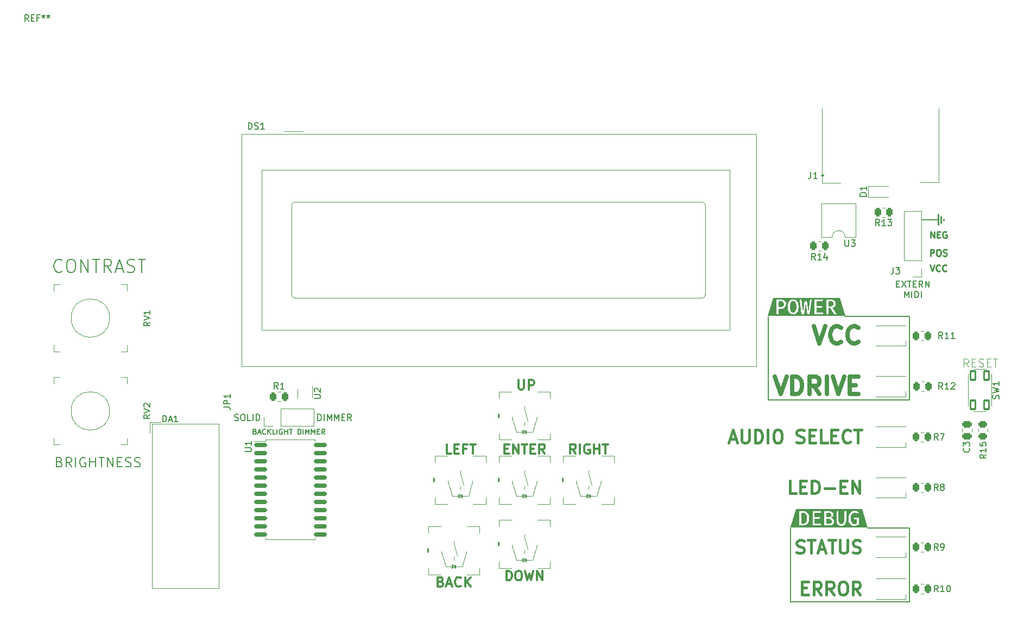
<source format=gto>
G04 #@! TF.GenerationSoftware,KiCad,Pcbnew,(6.0.2)*
G04 #@! TF.CreationDate,2022-08-07T22:21:35-07:00*
G04 #@! TF.ProjectId,LightDrumInterface,4c696768-7444-4727-956d-496e74657266,rev?*
G04 #@! TF.SameCoordinates,Original*
G04 #@! TF.FileFunction,Legend,Top*
G04 #@! TF.FilePolarity,Positive*
%FSLAX46Y46*%
G04 Gerber Fmt 4.6, Leading zero omitted, Abs format (unit mm)*
G04 Created by KiCad (PCBNEW (6.0.2)) date 2022-08-07 22:21:35*
%MOMM*%
%LPD*%
G01*
G04 APERTURE LIST*
G04 Aperture macros list*
%AMRoundRect*
0 Rectangle with rounded corners*
0 $1 Rounding radius*
0 $2 $3 $4 $5 $6 $7 $8 $9 X,Y pos of 4 corners*
0 Add a 4 corners polygon primitive as box body*
4,1,4,$2,$3,$4,$5,$6,$7,$8,$9,$2,$3,0*
0 Add four circle primitives for the rounded corners*
1,1,$1+$1,$2,$3*
1,1,$1+$1,$4,$5*
1,1,$1+$1,$6,$7*
1,1,$1+$1,$8,$9*
0 Add four rect primitives between the rounded corners*
20,1,$1+$1,$2,$3,$4,$5,0*
20,1,$1+$1,$4,$5,$6,$7,0*
20,1,$1+$1,$6,$7,$8,$9,0*
20,1,$1+$1,$8,$9,$2,$3,0*%
G04 Aperture macros list end*
%ADD10C,0.200000*%
%ADD11C,0.250000*%
%ADD12C,0.150000*%
%ADD13C,0.120000*%
%ADD14C,0.675000*%
%ADD15C,0.400000*%
%ADD16C,0.300000*%
%ADD17C,0.254000*%
%ADD18C,2.200000*%
%ADD19R,1.500000X2.600000*%
%ADD20RoundRect,0.250000X-0.262500X-0.450000X0.262500X-0.450000X0.262500X0.450000X-0.262500X0.450000X0*%
%ADD21RoundRect,0.250000X0.475000X-0.250000X0.475000X0.250000X-0.475000X0.250000X-0.475000X-0.250000X0*%
%ADD22C,5.000000*%
%ADD23RoundRect,0.150000X-0.875000X-0.150000X0.875000X-0.150000X0.875000X0.150000X-0.875000X0.150000X0*%
%ADD24R,1.000000X1.000000*%
%ADD25R,2.032000X2.032000*%
%ADD26C,2.032000*%
%ADD27C,1.850000*%
%ADD28R,1.600000X1.600000*%
%ADD29O,1.600000X1.600000*%
%ADD30R,1.700000X1.700000*%
%ADD31O,1.700000X1.700000*%
%ADD32RoundRect,0.250000X0.450000X-0.262500X0.450000X0.262500X-0.450000X0.262500X-0.450000X-0.262500X0*%
%ADD33RoundRect,0.165000X0.385000X-0.710000X0.385000X0.710000X-0.385000X0.710000X-0.385000X-0.710000X0*%
%ADD34R,0.400000X0.900000*%
%ADD35O,3.000000X2.700000*%
%ADD36C,1.800000*%
%ADD37RoundRect,0.250000X0.262500X0.450000X-0.262500X0.450000X-0.262500X-0.450000X0.262500X-0.450000X0*%
%ADD38C,3.000000*%
%ADD39R,1.800000X2.600000*%
%ADD40O,1.800000X2.600000*%
G04 APERTURE END LIST*
D10*
X162940000Y-107000000D02*
X162940000Y-95500000D01*
D11*
X167900000Y-47900000D02*
X167900000Y-46900000D01*
D10*
X162940000Y-95500000D02*
X156440000Y-95500000D01*
X140940000Y-62500000D02*
X140940000Y-75500000D01*
X140940000Y-75500000D02*
X162940000Y-75500000D01*
X144440000Y-107000000D02*
X162940000Y-107000000D01*
X144440000Y-95500000D02*
X144440000Y-107000000D01*
D11*
X167500000Y-47400000D02*
X167500000Y-46600000D01*
D10*
X164900000Y-47400000D02*
X167500000Y-47400000D01*
D11*
X168300000Y-47500000D02*
X168300000Y-47300000D01*
D10*
X162940000Y-75500000D02*
X162940000Y-62500000D01*
D11*
X167500000Y-47400000D02*
X167500000Y-48200000D01*
D10*
X162940000Y-62500000D02*
X152940000Y-62500000D01*
D12*
X30816547Y-55414285D02*
X30721309Y-55509523D01*
X30435595Y-55604761D01*
X30245119Y-55604761D01*
X29959404Y-55509523D01*
X29768928Y-55319047D01*
X29673690Y-55128571D01*
X29578452Y-54747619D01*
X29578452Y-54461904D01*
X29673690Y-54080952D01*
X29768928Y-53890476D01*
X29959404Y-53700000D01*
X30245119Y-53604761D01*
X30435595Y-53604761D01*
X30721309Y-53700000D01*
X30816547Y-53795238D01*
X32054642Y-53604761D02*
X32435595Y-53604761D01*
X32626071Y-53700000D01*
X32816547Y-53890476D01*
X32911785Y-54271428D01*
X32911785Y-54938095D01*
X32816547Y-55319047D01*
X32626071Y-55509523D01*
X32435595Y-55604761D01*
X32054642Y-55604761D01*
X31864166Y-55509523D01*
X31673690Y-55319047D01*
X31578452Y-54938095D01*
X31578452Y-54271428D01*
X31673690Y-53890476D01*
X31864166Y-53700000D01*
X32054642Y-53604761D01*
X33768928Y-55604761D02*
X33768928Y-53604761D01*
X34911785Y-55604761D01*
X34911785Y-53604761D01*
X35578452Y-53604761D02*
X36721309Y-53604761D01*
X36149880Y-55604761D02*
X36149880Y-53604761D01*
X38530833Y-55604761D02*
X37864166Y-54652380D01*
X37387976Y-55604761D02*
X37387976Y-53604761D01*
X38149880Y-53604761D01*
X38340357Y-53700000D01*
X38435595Y-53795238D01*
X38530833Y-53985714D01*
X38530833Y-54271428D01*
X38435595Y-54461904D01*
X38340357Y-54557142D01*
X38149880Y-54652380D01*
X37387976Y-54652380D01*
X39292738Y-55033333D02*
X40245119Y-55033333D01*
X39102261Y-55604761D02*
X39768928Y-53604761D01*
X40435595Y-55604761D01*
X41007023Y-55509523D02*
X41292738Y-55604761D01*
X41768928Y-55604761D01*
X41959404Y-55509523D01*
X42054642Y-55414285D01*
X42149880Y-55223809D01*
X42149880Y-55033333D01*
X42054642Y-54842857D01*
X41959404Y-54747619D01*
X41768928Y-54652380D01*
X41387976Y-54557142D01*
X41197500Y-54461904D01*
X41102261Y-54366666D01*
X41007023Y-54176190D01*
X41007023Y-53985714D01*
X41102261Y-53795238D01*
X41197500Y-53700000D01*
X41387976Y-53604761D01*
X41864166Y-53604761D01*
X42149880Y-53700000D01*
X42721309Y-53604761D02*
X43864166Y-53604761D01*
X43292738Y-55604761D02*
X43292738Y-53604761D01*
D11*
X166238095Y-53052380D02*
X166238095Y-52052380D01*
X166619047Y-52052380D01*
X166714285Y-52100000D01*
X166761904Y-52147619D01*
X166809523Y-52242857D01*
X166809523Y-52385714D01*
X166761904Y-52480952D01*
X166714285Y-52528571D01*
X166619047Y-52576190D01*
X166238095Y-52576190D01*
X167428571Y-52052380D02*
X167619047Y-52052380D01*
X167714285Y-52100000D01*
X167809523Y-52195238D01*
X167857142Y-52385714D01*
X167857142Y-52719047D01*
X167809523Y-52909523D01*
X167714285Y-53004761D01*
X167619047Y-53052380D01*
X167428571Y-53052380D01*
X167333333Y-53004761D01*
X167238095Y-52909523D01*
X167190476Y-52719047D01*
X167190476Y-52385714D01*
X167238095Y-52195238D01*
X167333333Y-52100000D01*
X167428571Y-52052380D01*
X168238095Y-53004761D02*
X168380952Y-53052380D01*
X168619047Y-53052380D01*
X168714285Y-53004761D01*
X168761904Y-52957142D01*
X168809523Y-52861904D01*
X168809523Y-52766666D01*
X168761904Y-52671428D01*
X168714285Y-52623809D01*
X168619047Y-52576190D01*
X168428571Y-52528571D01*
X168333333Y-52480952D01*
X168285714Y-52433333D01*
X168238095Y-52338095D01*
X168238095Y-52242857D01*
X168285714Y-52147619D01*
X168333333Y-52100000D01*
X168428571Y-52052380D01*
X168666666Y-52052380D01*
X168809523Y-52100000D01*
D13*
X172184523Y-70365476D02*
X171767857Y-69770238D01*
X171470238Y-70365476D02*
X171470238Y-69115476D01*
X171946428Y-69115476D01*
X172065476Y-69175000D01*
X172125000Y-69234523D01*
X172184523Y-69353571D01*
X172184523Y-69532142D01*
X172125000Y-69651190D01*
X172065476Y-69710714D01*
X171946428Y-69770238D01*
X171470238Y-69770238D01*
X172720238Y-69710714D02*
X173136904Y-69710714D01*
X173315476Y-70365476D02*
X172720238Y-70365476D01*
X172720238Y-69115476D01*
X173315476Y-69115476D01*
X173791666Y-70305952D02*
X173970238Y-70365476D01*
X174267857Y-70365476D01*
X174386904Y-70305952D01*
X174446428Y-70246428D01*
X174505952Y-70127380D01*
X174505952Y-70008333D01*
X174446428Y-69889285D01*
X174386904Y-69829761D01*
X174267857Y-69770238D01*
X174029761Y-69710714D01*
X173910714Y-69651190D01*
X173851190Y-69591666D01*
X173791666Y-69472619D01*
X173791666Y-69353571D01*
X173851190Y-69234523D01*
X173910714Y-69175000D01*
X174029761Y-69115476D01*
X174327380Y-69115476D01*
X174505952Y-69175000D01*
X175041666Y-69710714D02*
X175458333Y-69710714D01*
X175636904Y-70365476D02*
X175041666Y-70365476D01*
X175041666Y-69115476D01*
X175636904Y-69115476D01*
X175994047Y-69115476D02*
X176708333Y-69115476D01*
X176351190Y-70365476D02*
X176351190Y-69115476D01*
D14*
X148044107Y-64021428D02*
X148944107Y-66721428D01*
X149844107Y-64021428D01*
X152286964Y-66464285D02*
X152158392Y-66592857D01*
X151772678Y-66721428D01*
X151515535Y-66721428D01*
X151129821Y-66592857D01*
X150872678Y-66335714D01*
X150744107Y-66078571D01*
X150615535Y-65564285D01*
X150615535Y-65178571D01*
X150744107Y-64664285D01*
X150872678Y-64407142D01*
X151129821Y-64150000D01*
X151515535Y-64021428D01*
X151772678Y-64021428D01*
X152158392Y-64150000D01*
X152286964Y-64278571D01*
X154986964Y-66464285D02*
X154858392Y-66592857D01*
X154472678Y-66721428D01*
X154215535Y-66721428D01*
X153829821Y-66592857D01*
X153572678Y-66335714D01*
X153444107Y-66078571D01*
X153315535Y-65564285D01*
X153315535Y-65178571D01*
X153444107Y-64664285D01*
X153572678Y-64407142D01*
X153829821Y-64150000D01*
X154215535Y-64021428D01*
X154472678Y-64021428D01*
X154858392Y-64150000D01*
X154986964Y-64278571D01*
D12*
X160952380Y-57423571D02*
X161285714Y-57423571D01*
X161428571Y-57947380D02*
X160952380Y-57947380D01*
X160952380Y-56947380D01*
X161428571Y-56947380D01*
X161761904Y-56947380D02*
X162428571Y-57947380D01*
X162428571Y-56947380D02*
X161761904Y-57947380D01*
X162666666Y-56947380D02*
X163238095Y-56947380D01*
X162952380Y-57947380D02*
X162952380Y-56947380D01*
X163571428Y-57423571D02*
X163904761Y-57423571D01*
X164047619Y-57947380D02*
X163571428Y-57947380D01*
X163571428Y-56947380D01*
X164047619Y-56947380D01*
X165047619Y-57947380D02*
X164714285Y-57471190D01*
X164476190Y-57947380D02*
X164476190Y-56947380D01*
X164857142Y-56947380D01*
X164952380Y-56995000D01*
X165000000Y-57042619D01*
X165047619Y-57137857D01*
X165047619Y-57280714D01*
X165000000Y-57375952D01*
X164952380Y-57423571D01*
X164857142Y-57471190D01*
X164476190Y-57471190D01*
X165476190Y-57947380D02*
X165476190Y-56947380D01*
X166047619Y-57947380D01*
X166047619Y-56947380D01*
X162190476Y-59557380D02*
X162190476Y-58557380D01*
X162523809Y-59271666D01*
X162857142Y-58557380D01*
X162857142Y-59557380D01*
X163333333Y-59557380D02*
X163333333Y-58557380D01*
X163809523Y-59557380D02*
X163809523Y-58557380D01*
X164047619Y-58557380D01*
X164190476Y-58605000D01*
X164285714Y-58700238D01*
X164333333Y-58795476D01*
X164380952Y-58985952D01*
X164380952Y-59128809D01*
X164333333Y-59319285D01*
X164285714Y-59414523D01*
X164190476Y-59509761D01*
X164047619Y-59557380D01*
X163809523Y-59557380D01*
X164809523Y-59557380D02*
X164809523Y-58557380D01*
D15*
X135013333Y-81633333D02*
X135965714Y-81633333D01*
X134822857Y-82204761D02*
X135489523Y-80204761D01*
X136156190Y-82204761D01*
X136822857Y-80204761D02*
X136822857Y-81823809D01*
X136918095Y-82014285D01*
X137013333Y-82109523D01*
X137203809Y-82204761D01*
X137584761Y-82204761D01*
X137775238Y-82109523D01*
X137870476Y-82014285D01*
X137965714Y-81823809D01*
X137965714Y-80204761D01*
X138918095Y-82204761D02*
X138918095Y-80204761D01*
X139394285Y-80204761D01*
X139680000Y-80300000D01*
X139870476Y-80490476D01*
X139965714Y-80680952D01*
X140060952Y-81061904D01*
X140060952Y-81347619D01*
X139965714Y-81728571D01*
X139870476Y-81919047D01*
X139680000Y-82109523D01*
X139394285Y-82204761D01*
X138918095Y-82204761D01*
X140918095Y-82204761D02*
X140918095Y-80204761D01*
X142251428Y-80204761D02*
X142632380Y-80204761D01*
X142822857Y-80300000D01*
X143013333Y-80490476D01*
X143108571Y-80871428D01*
X143108571Y-81538095D01*
X143013333Y-81919047D01*
X142822857Y-82109523D01*
X142632380Y-82204761D01*
X142251428Y-82204761D01*
X142060952Y-82109523D01*
X141870476Y-81919047D01*
X141775238Y-81538095D01*
X141775238Y-80871428D01*
X141870476Y-80490476D01*
X142060952Y-80300000D01*
X142251428Y-80204761D01*
X145394285Y-82109523D02*
X145680000Y-82204761D01*
X146156190Y-82204761D01*
X146346666Y-82109523D01*
X146441904Y-82014285D01*
X146537142Y-81823809D01*
X146537142Y-81633333D01*
X146441904Y-81442857D01*
X146346666Y-81347619D01*
X146156190Y-81252380D01*
X145775238Y-81157142D01*
X145584761Y-81061904D01*
X145489523Y-80966666D01*
X145394285Y-80776190D01*
X145394285Y-80585714D01*
X145489523Y-80395238D01*
X145584761Y-80300000D01*
X145775238Y-80204761D01*
X146251428Y-80204761D01*
X146537142Y-80300000D01*
X147394285Y-81157142D02*
X148060952Y-81157142D01*
X148346666Y-82204761D02*
X147394285Y-82204761D01*
X147394285Y-80204761D01*
X148346666Y-80204761D01*
X150156190Y-82204761D02*
X149203809Y-82204761D01*
X149203809Y-80204761D01*
X150822857Y-81157142D02*
X151489523Y-81157142D01*
X151775238Y-82204761D02*
X150822857Y-82204761D01*
X150822857Y-80204761D01*
X151775238Y-80204761D01*
X153775238Y-82014285D02*
X153680000Y-82109523D01*
X153394285Y-82204761D01*
X153203809Y-82204761D01*
X152918095Y-82109523D01*
X152727619Y-81919047D01*
X152632380Y-81728571D01*
X152537142Y-81347619D01*
X152537142Y-81061904D01*
X152632380Y-80680952D01*
X152727619Y-80490476D01*
X152918095Y-80300000D01*
X153203809Y-80204761D01*
X153394285Y-80204761D01*
X153680000Y-80300000D01*
X153775238Y-80395238D01*
X154346666Y-80204761D02*
X155489523Y-80204761D01*
X154918095Y-82204761D02*
X154918095Y-80204761D01*
D16*
X91511428Y-83928571D02*
X90797142Y-83928571D01*
X90797142Y-82428571D01*
X92011428Y-83142857D02*
X92511428Y-83142857D01*
X92725714Y-83928571D02*
X92011428Y-83928571D01*
X92011428Y-82428571D01*
X92725714Y-82428571D01*
X93868571Y-83142857D02*
X93368571Y-83142857D01*
X93368571Y-83928571D02*
X93368571Y-82428571D01*
X94082857Y-82428571D01*
X94440000Y-82428571D02*
X95297142Y-82428571D01*
X94868571Y-83928571D02*
X94868571Y-82428571D01*
D12*
X30454642Y-85192857D02*
X30668928Y-85264285D01*
X30740357Y-85335714D01*
X30811785Y-85478571D01*
X30811785Y-85692857D01*
X30740357Y-85835714D01*
X30668928Y-85907142D01*
X30526071Y-85978571D01*
X29954642Y-85978571D01*
X29954642Y-84478571D01*
X30454642Y-84478571D01*
X30597500Y-84550000D01*
X30668928Y-84621428D01*
X30740357Y-84764285D01*
X30740357Y-84907142D01*
X30668928Y-85050000D01*
X30597500Y-85121428D01*
X30454642Y-85192857D01*
X29954642Y-85192857D01*
X32311785Y-85978571D02*
X31811785Y-85264285D01*
X31454642Y-85978571D02*
X31454642Y-84478571D01*
X32026071Y-84478571D01*
X32168928Y-84550000D01*
X32240357Y-84621428D01*
X32311785Y-84764285D01*
X32311785Y-84978571D01*
X32240357Y-85121428D01*
X32168928Y-85192857D01*
X32026071Y-85264285D01*
X31454642Y-85264285D01*
X32954642Y-85978571D02*
X32954642Y-84478571D01*
X34454642Y-84550000D02*
X34311785Y-84478571D01*
X34097500Y-84478571D01*
X33883214Y-84550000D01*
X33740357Y-84692857D01*
X33668928Y-84835714D01*
X33597500Y-85121428D01*
X33597500Y-85335714D01*
X33668928Y-85621428D01*
X33740357Y-85764285D01*
X33883214Y-85907142D01*
X34097500Y-85978571D01*
X34240357Y-85978571D01*
X34454642Y-85907142D01*
X34526071Y-85835714D01*
X34526071Y-85335714D01*
X34240357Y-85335714D01*
X35168928Y-85978571D02*
X35168928Y-84478571D01*
X35168928Y-85192857D02*
X36026071Y-85192857D01*
X36026071Y-85978571D02*
X36026071Y-84478571D01*
X36526071Y-84478571D02*
X37383214Y-84478571D01*
X36954642Y-85978571D02*
X36954642Y-84478571D01*
X37883214Y-85978571D02*
X37883214Y-84478571D01*
X38740357Y-85978571D01*
X38740357Y-84478571D01*
X39454642Y-85192857D02*
X39954642Y-85192857D01*
X40168928Y-85978571D02*
X39454642Y-85978571D01*
X39454642Y-84478571D01*
X40168928Y-84478571D01*
X40740357Y-85907142D02*
X40954642Y-85978571D01*
X41311785Y-85978571D01*
X41454642Y-85907142D01*
X41526071Y-85835714D01*
X41597500Y-85692857D01*
X41597500Y-85550000D01*
X41526071Y-85407142D01*
X41454642Y-85335714D01*
X41311785Y-85264285D01*
X41026071Y-85192857D01*
X40883214Y-85121428D01*
X40811785Y-85050000D01*
X40740357Y-84907142D01*
X40740357Y-84764285D01*
X40811785Y-84621428D01*
X40883214Y-84550000D01*
X41026071Y-84478571D01*
X41383214Y-84478571D01*
X41597500Y-84550000D01*
X42168928Y-85907142D02*
X42383214Y-85978571D01*
X42740357Y-85978571D01*
X42883214Y-85907142D01*
X42954642Y-85835714D01*
X43026071Y-85692857D01*
X43026071Y-85550000D01*
X42954642Y-85407142D01*
X42883214Y-85335714D01*
X42740357Y-85264285D01*
X42454642Y-85192857D01*
X42311785Y-85121428D01*
X42240357Y-85050000D01*
X42168928Y-84907142D01*
X42168928Y-84764285D01*
X42240357Y-84621428D01*
X42311785Y-84550000D01*
X42454642Y-84478571D01*
X42811785Y-84478571D01*
X43026071Y-84550000D01*
X70704761Y-78752380D02*
X70704761Y-77752380D01*
X70942857Y-77752380D01*
X71085714Y-77800000D01*
X71180952Y-77895238D01*
X71228571Y-77990476D01*
X71276190Y-78180952D01*
X71276190Y-78323809D01*
X71228571Y-78514285D01*
X71180952Y-78609523D01*
X71085714Y-78704761D01*
X70942857Y-78752380D01*
X70704761Y-78752380D01*
X71704761Y-78752380D02*
X71704761Y-77752380D01*
X72180952Y-78752380D02*
X72180952Y-77752380D01*
X72514285Y-78466666D01*
X72847619Y-77752380D01*
X72847619Y-78752380D01*
X73323809Y-78752380D02*
X73323809Y-77752380D01*
X73657142Y-78466666D01*
X73990476Y-77752380D01*
X73990476Y-78752380D01*
X74466666Y-78228571D02*
X74800000Y-78228571D01*
X74942857Y-78752380D02*
X74466666Y-78752380D01*
X74466666Y-77752380D01*
X74942857Y-77752380D01*
X75942857Y-78752380D02*
X75609523Y-78276190D01*
X75371428Y-78752380D02*
X75371428Y-77752380D01*
X75752380Y-77752380D01*
X75847619Y-77800000D01*
X75895238Y-77847619D01*
X75942857Y-77942857D01*
X75942857Y-78085714D01*
X75895238Y-78180952D01*
X75847619Y-78228571D01*
X75752380Y-78276190D01*
X75371428Y-78276190D01*
X60904761Y-80442857D02*
X61019047Y-80480952D01*
X61057142Y-80519047D01*
X61095238Y-80595238D01*
X61095238Y-80709523D01*
X61057142Y-80785714D01*
X61019047Y-80823809D01*
X60942857Y-80861904D01*
X60638095Y-80861904D01*
X60638095Y-80061904D01*
X60904761Y-80061904D01*
X60980952Y-80100000D01*
X61019047Y-80138095D01*
X61057142Y-80214285D01*
X61057142Y-80290476D01*
X61019047Y-80366666D01*
X60980952Y-80404761D01*
X60904761Y-80442857D01*
X60638095Y-80442857D01*
X61400000Y-80633333D02*
X61780952Y-80633333D01*
X61323809Y-80861904D02*
X61590476Y-80061904D01*
X61857142Y-80861904D01*
X62580952Y-80785714D02*
X62542857Y-80823809D01*
X62428571Y-80861904D01*
X62352380Y-80861904D01*
X62238095Y-80823809D01*
X62161904Y-80747619D01*
X62123809Y-80671428D01*
X62085714Y-80519047D01*
X62085714Y-80404761D01*
X62123809Y-80252380D01*
X62161904Y-80176190D01*
X62238095Y-80100000D01*
X62352380Y-80061904D01*
X62428571Y-80061904D01*
X62542857Y-80100000D01*
X62580952Y-80138095D01*
X62923809Y-80861904D02*
X62923809Y-80061904D01*
X63380952Y-80861904D02*
X63038095Y-80404761D01*
X63380952Y-80061904D02*
X62923809Y-80519047D01*
X64104761Y-80861904D02*
X63723809Y-80861904D01*
X63723809Y-80061904D01*
X64371428Y-80861904D02*
X64371428Y-80061904D01*
X65171428Y-80100000D02*
X65095238Y-80061904D01*
X64980952Y-80061904D01*
X64866666Y-80100000D01*
X64790476Y-80176190D01*
X64752380Y-80252380D01*
X64714285Y-80404761D01*
X64714285Y-80519047D01*
X64752380Y-80671428D01*
X64790476Y-80747619D01*
X64866666Y-80823809D01*
X64980952Y-80861904D01*
X65057142Y-80861904D01*
X65171428Y-80823809D01*
X65209523Y-80785714D01*
X65209523Y-80519047D01*
X65057142Y-80519047D01*
X65552380Y-80861904D02*
X65552380Y-80061904D01*
X65552380Y-80442857D02*
X66009523Y-80442857D01*
X66009523Y-80861904D02*
X66009523Y-80061904D01*
X66276190Y-80061904D02*
X66733333Y-80061904D01*
X66504761Y-80861904D02*
X66504761Y-80061904D01*
X67609523Y-80861904D02*
X67609523Y-80061904D01*
X67800000Y-80061904D01*
X67914285Y-80100000D01*
X67990476Y-80176190D01*
X68028571Y-80252380D01*
X68066666Y-80404761D01*
X68066666Y-80519047D01*
X68028571Y-80671428D01*
X67990476Y-80747619D01*
X67914285Y-80823809D01*
X67800000Y-80861904D01*
X67609523Y-80861904D01*
X68409523Y-80861904D02*
X68409523Y-80061904D01*
X68790476Y-80861904D02*
X68790476Y-80061904D01*
X69057142Y-80633333D01*
X69323809Y-80061904D01*
X69323809Y-80861904D01*
X69704761Y-80861904D02*
X69704761Y-80061904D01*
X69971428Y-80633333D01*
X70238095Y-80061904D01*
X70238095Y-80861904D01*
X70619047Y-80442857D02*
X70885714Y-80442857D01*
X71000000Y-80861904D02*
X70619047Y-80861904D01*
X70619047Y-80061904D01*
X71000000Y-80061904D01*
X71800000Y-80861904D02*
X71533333Y-80480952D01*
X71342857Y-80861904D02*
X71342857Y-80061904D01*
X71647619Y-80061904D01*
X71723809Y-80100000D01*
X71761904Y-80138095D01*
X71800000Y-80214285D01*
X71800000Y-80328571D01*
X71761904Y-80404761D01*
X71723809Y-80442857D01*
X71647619Y-80480952D01*
X71342857Y-80480952D01*
D16*
X102011428Y-72428571D02*
X102011428Y-73642857D01*
X102082857Y-73785714D01*
X102154285Y-73857142D01*
X102297142Y-73928571D01*
X102582857Y-73928571D01*
X102725714Y-73857142D01*
X102797142Y-73785714D01*
X102868571Y-73642857D01*
X102868571Y-72428571D01*
X103582857Y-73928571D02*
X103582857Y-72428571D01*
X104154285Y-72428571D01*
X104297142Y-72500000D01*
X104368571Y-72571428D01*
X104440000Y-72714285D01*
X104440000Y-72928571D01*
X104368571Y-73071428D01*
X104297142Y-73142857D01*
X104154285Y-73214285D01*
X103582857Y-73214285D01*
D14*
X142001250Y-71921428D02*
X142901250Y-74621428D01*
X143801250Y-71921428D01*
X144701250Y-74621428D02*
X144701250Y-71921428D01*
X145344107Y-71921428D01*
X145729821Y-72050000D01*
X145986964Y-72307142D01*
X146115535Y-72564285D01*
X146244107Y-73078571D01*
X146244107Y-73464285D01*
X146115535Y-73978571D01*
X145986964Y-74235714D01*
X145729821Y-74492857D01*
X145344107Y-74621428D01*
X144701250Y-74621428D01*
X148944107Y-74621428D02*
X148044107Y-73335714D01*
X147401250Y-74621428D02*
X147401250Y-71921428D01*
X148429821Y-71921428D01*
X148686964Y-72050000D01*
X148815535Y-72178571D01*
X148944107Y-72435714D01*
X148944107Y-72821428D01*
X148815535Y-73078571D01*
X148686964Y-73207142D01*
X148429821Y-73335714D01*
X147401250Y-73335714D01*
X150101250Y-74621428D02*
X150101250Y-71921428D01*
X151001250Y-71921428D02*
X151901250Y-74621428D01*
X152801250Y-71921428D01*
X153701250Y-73207142D02*
X154601250Y-73207142D01*
X154986964Y-74621428D02*
X153701250Y-74621428D01*
X153701250Y-71921428D01*
X154986964Y-71921428D01*
D16*
X99832857Y-83142857D02*
X100332857Y-83142857D01*
X100547142Y-83928571D02*
X99832857Y-83928571D01*
X99832857Y-82428571D01*
X100547142Y-82428571D01*
X101190000Y-83928571D02*
X101190000Y-82428571D01*
X102047142Y-83928571D01*
X102047142Y-82428571D01*
X102547142Y-82428571D02*
X103404285Y-82428571D01*
X102975714Y-83928571D02*
X102975714Y-82428571D01*
X103904285Y-83142857D02*
X104404285Y-83142857D01*
X104618571Y-83928571D02*
X103904285Y-83928571D01*
X103904285Y-82428571D01*
X104618571Y-82428571D01*
X106118571Y-83928571D02*
X105618571Y-83214285D01*
X105261428Y-83928571D02*
X105261428Y-82428571D01*
X105832857Y-82428571D01*
X105975714Y-82500000D01*
X106047142Y-82571428D01*
X106118571Y-82714285D01*
X106118571Y-82928571D01*
X106047142Y-83071428D01*
X105975714Y-83142857D01*
X105832857Y-83214285D01*
X105261428Y-83214285D01*
D15*
X145394285Y-99309523D02*
X145680000Y-99404761D01*
X146156190Y-99404761D01*
X146346666Y-99309523D01*
X146441904Y-99214285D01*
X146537142Y-99023809D01*
X146537142Y-98833333D01*
X146441904Y-98642857D01*
X146346666Y-98547619D01*
X146156190Y-98452380D01*
X145775238Y-98357142D01*
X145584761Y-98261904D01*
X145489523Y-98166666D01*
X145394285Y-97976190D01*
X145394285Y-97785714D01*
X145489523Y-97595238D01*
X145584761Y-97500000D01*
X145775238Y-97404761D01*
X146251428Y-97404761D01*
X146537142Y-97500000D01*
X147108571Y-97404761D02*
X148251428Y-97404761D01*
X147680000Y-99404761D02*
X147680000Y-97404761D01*
X148822857Y-98833333D02*
X149775238Y-98833333D01*
X148632380Y-99404761D02*
X149299047Y-97404761D01*
X149965714Y-99404761D01*
X150346666Y-97404761D02*
X151489523Y-97404761D01*
X150918095Y-99404761D02*
X150918095Y-97404761D01*
X152156190Y-97404761D02*
X152156190Y-99023809D01*
X152251428Y-99214285D01*
X152346666Y-99309523D01*
X152537142Y-99404761D01*
X152918095Y-99404761D01*
X153108571Y-99309523D01*
X153203809Y-99214285D01*
X153299047Y-99023809D01*
X153299047Y-97404761D01*
X154156190Y-99309523D02*
X154441904Y-99404761D01*
X154918095Y-99404761D01*
X155108571Y-99309523D01*
X155203809Y-99214285D01*
X155299047Y-99023809D01*
X155299047Y-98833333D01*
X155203809Y-98642857D01*
X155108571Y-98547619D01*
X154918095Y-98452380D01*
X154537142Y-98357142D01*
X154346666Y-98261904D01*
X154251428Y-98166666D01*
X154156190Y-97976190D01*
X154156190Y-97785714D01*
X154251428Y-97595238D01*
X154346666Y-97500000D01*
X154537142Y-97404761D01*
X155013333Y-97404761D01*
X155299047Y-97500000D01*
D16*
X89904285Y-103892857D02*
X90118571Y-103964285D01*
X90190000Y-104035714D01*
X90261428Y-104178571D01*
X90261428Y-104392857D01*
X90190000Y-104535714D01*
X90118571Y-104607142D01*
X89975714Y-104678571D01*
X89404285Y-104678571D01*
X89404285Y-103178571D01*
X89904285Y-103178571D01*
X90047142Y-103250000D01*
X90118571Y-103321428D01*
X90190000Y-103464285D01*
X90190000Y-103607142D01*
X90118571Y-103750000D01*
X90047142Y-103821428D01*
X89904285Y-103892857D01*
X89404285Y-103892857D01*
X90832857Y-104250000D02*
X91547142Y-104250000D01*
X90690000Y-104678571D02*
X91190000Y-103178571D01*
X91690000Y-104678571D01*
X93047142Y-104535714D02*
X92975714Y-104607142D01*
X92761428Y-104678571D01*
X92618571Y-104678571D01*
X92404285Y-104607142D01*
X92261428Y-104464285D01*
X92190000Y-104321428D01*
X92118571Y-104035714D01*
X92118571Y-103821428D01*
X92190000Y-103535714D01*
X92261428Y-103392857D01*
X92404285Y-103250000D01*
X92618571Y-103178571D01*
X92761428Y-103178571D01*
X92975714Y-103250000D01*
X93047142Y-103321428D01*
X93690000Y-104678571D02*
X93690000Y-103178571D01*
X94547142Y-104678571D02*
X93904285Y-103821428D01*
X94547142Y-103178571D02*
X93690000Y-104035714D01*
X110940000Y-83928571D02*
X110440000Y-83214285D01*
X110082857Y-83928571D02*
X110082857Y-82428571D01*
X110654285Y-82428571D01*
X110797142Y-82500000D01*
X110868571Y-82571428D01*
X110940000Y-82714285D01*
X110940000Y-82928571D01*
X110868571Y-83071428D01*
X110797142Y-83142857D01*
X110654285Y-83214285D01*
X110082857Y-83214285D01*
X111582857Y-83928571D02*
X111582857Y-82428571D01*
X113082857Y-82500000D02*
X112940000Y-82428571D01*
X112725714Y-82428571D01*
X112511428Y-82500000D01*
X112368571Y-82642857D01*
X112297142Y-82785714D01*
X112225714Y-83071428D01*
X112225714Y-83285714D01*
X112297142Y-83571428D01*
X112368571Y-83714285D01*
X112511428Y-83857142D01*
X112725714Y-83928571D01*
X112868571Y-83928571D01*
X113082857Y-83857142D01*
X113154285Y-83785714D01*
X113154285Y-83285714D01*
X112868571Y-83285714D01*
X113797142Y-83928571D02*
X113797142Y-82428571D01*
X113797142Y-83142857D02*
X114654285Y-83142857D01*
X114654285Y-83928571D02*
X114654285Y-82428571D01*
X115154285Y-82428571D02*
X116011428Y-82428571D01*
X115582857Y-83928571D02*
X115582857Y-82428571D01*
X100118571Y-103678571D02*
X100118571Y-102178571D01*
X100475714Y-102178571D01*
X100690000Y-102250000D01*
X100832857Y-102392857D01*
X100904285Y-102535714D01*
X100975714Y-102821428D01*
X100975714Y-103035714D01*
X100904285Y-103321428D01*
X100832857Y-103464285D01*
X100690000Y-103607142D01*
X100475714Y-103678571D01*
X100118571Y-103678571D01*
X101904285Y-102178571D02*
X102190000Y-102178571D01*
X102332857Y-102250000D01*
X102475714Y-102392857D01*
X102547142Y-102678571D01*
X102547142Y-103178571D01*
X102475714Y-103464285D01*
X102332857Y-103607142D01*
X102190000Y-103678571D01*
X101904285Y-103678571D01*
X101761428Y-103607142D01*
X101618571Y-103464285D01*
X101547142Y-103178571D01*
X101547142Y-102678571D01*
X101618571Y-102392857D01*
X101761428Y-102250000D01*
X101904285Y-102178571D01*
X103047142Y-102178571D02*
X103404285Y-103678571D01*
X103690000Y-102607142D01*
X103975714Y-103678571D01*
X104332857Y-102178571D01*
X104904285Y-103678571D02*
X104904285Y-102178571D01*
X105761428Y-103678571D01*
X105761428Y-102178571D01*
D12*
X57747619Y-78704761D02*
X57890476Y-78752380D01*
X58128571Y-78752380D01*
X58223809Y-78704761D01*
X58271428Y-78657142D01*
X58319047Y-78561904D01*
X58319047Y-78466666D01*
X58271428Y-78371428D01*
X58223809Y-78323809D01*
X58128571Y-78276190D01*
X57938095Y-78228571D01*
X57842857Y-78180952D01*
X57795238Y-78133333D01*
X57747619Y-78038095D01*
X57747619Y-77942857D01*
X57795238Y-77847619D01*
X57842857Y-77800000D01*
X57938095Y-77752380D01*
X58176190Y-77752380D01*
X58319047Y-77800000D01*
X58938095Y-77752380D02*
X59128571Y-77752380D01*
X59223809Y-77800000D01*
X59319047Y-77895238D01*
X59366666Y-78085714D01*
X59366666Y-78419047D01*
X59319047Y-78609523D01*
X59223809Y-78704761D01*
X59128571Y-78752380D01*
X58938095Y-78752380D01*
X58842857Y-78704761D01*
X58747619Y-78609523D01*
X58700000Y-78419047D01*
X58700000Y-78085714D01*
X58747619Y-77895238D01*
X58842857Y-77800000D01*
X58938095Y-77752380D01*
X60271428Y-78752380D02*
X59795238Y-78752380D01*
X59795238Y-77752380D01*
X60604761Y-78752380D02*
X60604761Y-77752380D01*
X61080952Y-78752380D02*
X61080952Y-77752380D01*
X61319047Y-77752380D01*
X61461904Y-77800000D01*
X61557142Y-77895238D01*
X61604761Y-77990476D01*
X61652380Y-78180952D01*
X61652380Y-78323809D01*
X61604761Y-78514285D01*
X61557142Y-78609523D01*
X61461904Y-78704761D01*
X61319047Y-78752380D01*
X61080952Y-78752380D01*
D15*
X145299047Y-90104761D02*
X144346666Y-90104761D01*
X144346666Y-88104761D01*
X145965714Y-89057142D02*
X146632380Y-89057142D01*
X146918095Y-90104761D02*
X145965714Y-90104761D01*
X145965714Y-88104761D01*
X146918095Y-88104761D01*
X147775238Y-90104761D02*
X147775238Y-88104761D01*
X148251428Y-88104761D01*
X148537142Y-88200000D01*
X148727619Y-88390476D01*
X148822857Y-88580952D01*
X148918095Y-88961904D01*
X148918095Y-89247619D01*
X148822857Y-89628571D01*
X148727619Y-89819047D01*
X148537142Y-90009523D01*
X148251428Y-90104761D01*
X147775238Y-90104761D01*
X149775238Y-89342857D02*
X151299047Y-89342857D01*
X152251428Y-89057142D02*
X152918095Y-89057142D01*
X153203809Y-90104761D02*
X152251428Y-90104761D01*
X152251428Y-88104761D01*
X153203809Y-88104761D01*
X154060952Y-90104761D02*
X154060952Y-88104761D01*
X155203809Y-90104761D01*
X155203809Y-88104761D01*
X146251428Y-104857142D02*
X146918095Y-104857142D01*
X147203809Y-105904761D02*
X146251428Y-105904761D01*
X146251428Y-103904761D01*
X147203809Y-103904761D01*
X149203809Y-105904761D02*
X148537142Y-104952380D01*
X148060952Y-105904761D02*
X148060952Y-103904761D01*
X148822857Y-103904761D01*
X149013333Y-104000000D01*
X149108571Y-104095238D01*
X149203809Y-104285714D01*
X149203809Y-104571428D01*
X149108571Y-104761904D01*
X149013333Y-104857142D01*
X148822857Y-104952380D01*
X148060952Y-104952380D01*
X151203809Y-105904761D02*
X150537142Y-104952380D01*
X150060952Y-105904761D02*
X150060952Y-103904761D01*
X150822857Y-103904761D01*
X151013333Y-104000000D01*
X151108571Y-104095238D01*
X151203809Y-104285714D01*
X151203809Y-104571428D01*
X151108571Y-104761904D01*
X151013333Y-104857142D01*
X150822857Y-104952380D01*
X150060952Y-104952380D01*
X152441904Y-103904761D02*
X152822857Y-103904761D01*
X153013333Y-104000000D01*
X153203809Y-104190476D01*
X153299047Y-104571428D01*
X153299047Y-105238095D01*
X153203809Y-105619047D01*
X153013333Y-105809523D01*
X152822857Y-105904761D01*
X152441904Y-105904761D01*
X152251428Y-105809523D01*
X152060952Y-105619047D01*
X151965714Y-105238095D01*
X151965714Y-104571428D01*
X152060952Y-104190476D01*
X152251428Y-104000000D01*
X152441904Y-103904761D01*
X155299047Y-105904761D02*
X154632380Y-104952380D01*
X154156190Y-105904761D02*
X154156190Y-103904761D01*
X154918095Y-103904761D01*
X155108571Y-104000000D01*
X155203809Y-104095238D01*
X155299047Y-104285714D01*
X155299047Y-104571428D01*
X155203809Y-104761904D01*
X155108571Y-104857142D01*
X154918095Y-104952380D01*
X154156190Y-104952380D01*
D11*
X166166666Y-54452380D02*
X166500000Y-55452380D01*
X166833333Y-54452380D01*
X167738095Y-55357142D02*
X167690476Y-55404761D01*
X167547619Y-55452380D01*
X167452380Y-55452380D01*
X167309523Y-55404761D01*
X167214285Y-55309523D01*
X167166666Y-55214285D01*
X167119047Y-55023809D01*
X167119047Y-54880952D01*
X167166666Y-54690476D01*
X167214285Y-54595238D01*
X167309523Y-54500000D01*
X167452380Y-54452380D01*
X167547619Y-54452380D01*
X167690476Y-54500000D01*
X167738095Y-54547619D01*
X168738095Y-55357142D02*
X168690476Y-55404761D01*
X168547619Y-55452380D01*
X168452380Y-55452380D01*
X168309523Y-55404761D01*
X168214285Y-55309523D01*
X168166666Y-55214285D01*
X168119047Y-55023809D01*
X168119047Y-54880952D01*
X168166666Y-54690476D01*
X168214285Y-54595238D01*
X168309523Y-54500000D01*
X168452380Y-54452380D01*
X168547619Y-54452380D01*
X168690476Y-54500000D01*
X168738095Y-54547619D01*
X166261904Y-50252380D02*
X166261904Y-49252380D01*
X166833333Y-50252380D01*
X166833333Y-49252380D01*
X167309523Y-49728571D02*
X167642857Y-49728571D01*
X167785714Y-50252380D02*
X167309523Y-50252380D01*
X167309523Y-49252380D01*
X167785714Y-49252380D01*
X168738095Y-49300000D02*
X168642857Y-49252380D01*
X168500000Y-49252380D01*
X168357142Y-49300000D01*
X168261904Y-49395238D01*
X168214285Y-49490476D01*
X168166666Y-49680952D01*
X168166666Y-49823809D01*
X168214285Y-50014285D01*
X168261904Y-50109523D01*
X168357142Y-50204761D01*
X168500000Y-50252380D01*
X168595238Y-50252380D01*
X168738095Y-50204761D01*
X168785714Y-50157142D01*
X168785714Y-49823809D01*
X168595238Y-49823809D01*
D12*
X147606666Y-39952380D02*
X147606666Y-40666666D01*
X147559047Y-40809523D01*
X147463809Y-40904761D01*
X147320952Y-40952380D01*
X147225714Y-40952380D01*
X148606666Y-40952380D02*
X148035238Y-40952380D01*
X148320952Y-40952380D02*
X148320952Y-39952380D01*
X148225714Y-40095238D01*
X148130476Y-40190476D01*
X148035238Y-40238095D01*
X168157142Y-73852380D02*
X167823809Y-73376190D01*
X167585714Y-73852380D02*
X167585714Y-72852380D01*
X167966666Y-72852380D01*
X168061904Y-72900000D01*
X168109523Y-72947619D01*
X168157142Y-73042857D01*
X168157142Y-73185714D01*
X168109523Y-73280952D01*
X168061904Y-73328571D01*
X167966666Y-73376190D01*
X167585714Y-73376190D01*
X169109523Y-73852380D02*
X168538095Y-73852380D01*
X168823809Y-73852380D02*
X168823809Y-72852380D01*
X168728571Y-72995238D01*
X168633333Y-73090476D01*
X168538095Y-73138095D01*
X169490476Y-72947619D02*
X169538095Y-72900000D01*
X169633333Y-72852380D01*
X169871428Y-72852380D01*
X169966666Y-72900000D01*
X170014285Y-72947619D01*
X170061904Y-73042857D01*
X170061904Y-73138095D01*
X170014285Y-73280952D01*
X169442857Y-73852380D01*
X170061904Y-73852380D01*
X172257142Y-83066666D02*
X172304761Y-83114285D01*
X172352380Y-83257142D01*
X172352380Y-83352380D01*
X172304761Y-83495238D01*
X172209523Y-83590476D01*
X172114285Y-83638095D01*
X171923809Y-83685714D01*
X171780952Y-83685714D01*
X171590476Y-83638095D01*
X171495238Y-83590476D01*
X171400000Y-83495238D01*
X171352380Y-83352380D01*
X171352380Y-83257142D01*
X171400000Y-83114285D01*
X171447619Y-83066666D01*
X171352380Y-82733333D02*
X171352380Y-82114285D01*
X171733333Y-82447619D01*
X171733333Y-82304761D01*
X171780952Y-82209523D01*
X171828571Y-82161904D01*
X171923809Y-82114285D01*
X172161904Y-82114285D01*
X172257142Y-82161904D01*
X172304761Y-82209523D01*
X172352380Y-82304761D01*
X172352380Y-82590476D01*
X172304761Y-82685714D01*
X172257142Y-82733333D01*
X25606666Y-16452380D02*
X25273333Y-15976190D01*
X25035238Y-16452380D02*
X25035238Y-15452380D01*
X25416190Y-15452380D01*
X25511428Y-15500000D01*
X25559047Y-15547619D01*
X25606666Y-15642857D01*
X25606666Y-15785714D01*
X25559047Y-15880952D01*
X25511428Y-15928571D01*
X25416190Y-15976190D01*
X25035238Y-15976190D01*
X26035238Y-15928571D02*
X26368571Y-15928571D01*
X26511428Y-16452380D02*
X26035238Y-16452380D01*
X26035238Y-15452380D01*
X26511428Y-15452380D01*
X27273333Y-15928571D02*
X26940000Y-15928571D01*
X26940000Y-16452380D02*
X26940000Y-15452380D01*
X27416190Y-15452380D01*
X27940000Y-15452380D02*
X27940000Y-15690476D01*
X27701904Y-15595238D02*
X27940000Y-15690476D01*
X28178095Y-15595238D01*
X27797142Y-15880952D02*
X27940000Y-15690476D01*
X28082857Y-15880952D01*
X28701904Y-15452380D02*
X28701904Y-15690476D01*
X28463809Y-15595238D02*
X28701904Y-15690476D01*
X28940000Y-15595238D01*
X28559047Y-15880952D02*
X28701904Y-15690476D01*
X28844761Y-15880952D01*
X59352380Y-83561904D02*
X60161904Y-83561904D01*
X60257142Y-83514285D01*
X60304761Y-83466666D01*
X60352380Y-83371428D01*
X60352380Y-83180952D01*
X60304761Y-83085714D01*
X60257142Y-83038095D01*
X60161904Y-82990476D01*
X59352380Y-82990476D01*
X60352380Y-81990476D02*
X60352380Y-82561904D01*
X60352380Y-82276190D02*
X59352380Y-82276190D01*
X59495238Y-82371428D01*
X59590476Y-82466666D01*
X59638095Y-82561904D01*
X156252380Y-43738095D02*
X155252380Y-43738095D01*
X155252380Y-43500000D01*
X155300000Y-43357142D01*
X155395238Y-43261904D01*
X155490476Y-43214285D01*
X155680952Y-43166666D01*
X155823809Y-43166666D01*
X156014285Y-43214285D01*
X156109523Y-43261904D01*
X156204761Y-43357142D01*
X156252380Y-43500000D01*
X156252380Y-43738095D01*
X156252380Y-42214285D02*
X156252380Y-42785714D01*
X156252380Y-42500000D02*
X155252380Y-42500000D01*
X155395238Y-42595238D01*
X155490476Y-42690476D01*
X155538095Y-42785714D01*
X64523333Y-73802380D02*
X64190000Y-73326190D01*
X63951904Y-73802380D02*
X63951904Y-72802380D01*
X64332857Y-72802380D01*
X64428095Y-72850000D01*
X64475714Y-72897619D01*
X64523333Y-72992857D01*
X64523333Y-73135714D01*
X64475714Y-73230952D01*
X64428095Y-73278571D01*
X64332857Y-73326190D01*
X63951904Y-73326190D01*
X65475714Y-73802380D02*
X64904285Y-73802380D01*
X65190000Y-73802380D02*
X65190000Y-72802380D01*
X65094761Y-72945238D01*
X64999523Y-73040476D01*
X64904285Y-73088095D01*
X46533333Y-78952380D02*
X46533333Y-77952380D01*
X46771428Y-77952380D01*
X46914285Y-78000000D01*
X47009523Y-78095238D01*
X47057142Y-78190476D01*
X47104761Y-78380952D01*
X47104761Y-78523809D01*
X47057142Y-78714285D01*
X47009523Y-78809523D01*
X46914285Y-78904761D01*
X46771428Y-78952380D01*
X46533333Y-78952380D01*
X47485714Y-78666666D02*
X47961904Y-78666666D01*
X47390476Y-78952380D02*
X47723809Y-77952380D01*
X48057142Y-78952380D01*
X48914285Y-78952380D02*
X48342857Y-78952380D01*
X48628571Y-78952380D02*
X48628571Y-77952380D01*
X48533333Y-78095238D01*
X48438095Y-78190476D01*
X48342857Y-78238095D01*
X152938095Y-50557380D02*
X152938095Y-51366904D01*
X152985714Y-51462142D01*
X153033333Y-51509761D01*
X153128571Y-51557380D01*
X153319047Y-51557380D01*
X153414285Y-51509761D01*
X153461904Y-51462142D01*
X153509523Y-51366904D01*
X153509523Y-50557380D01*
X153890476Y-50557380D02*
X154509523Y-50557380D01*
X154176190Y-50938333D01*
X154319047Y-50938333D01*
X154414285Y-50985952D01*
X154461904Y-51033571D01*
X154509523Y-51128809D01*
X154509523Y-51366904D01*
X154461904Y-51462142D01*
X154414285Y-51509761D01*
X154319047Y-51557380D01*
X154033333Y-51557380D01*
X153938095Y-51509761D01*
X153890476Y-51462142D01*
X167433333Y-98952380D02*
X167100000Y-98476190D01*
X166861904Y-98952380D02*
X166861904Y-97952380D01*
X167242857Y-97952380D01*
X167338095Y-98000000D01*
X167385714Y-98047619D01*
X167433333Y-98142857D01*
X167433333Y-98285714D01*
X167385714Y-98380952D01*
X167338095Y-98428571D01*
X167242857Y-98476190D01*
X166861904Y-98476190D01*
X167909523Y-98952380D02*
X168100000Y-98952380D01*
X168195238Y-98904761D01*
X168242857Y-98857142D01*
X168338095Y-98714285D01*
X168385714Y-98523809D01*
X168385714Y-98142857D01*
X168338095Y-98047619D01*
X168290476Y-98000000D01*
X168195238Y-97952380D01*
X168004761Y-97952380D01*
X167909523Y-98000000D01*
X167861904Y-98047619D01*
X167814285Y-98142857D01*
X167814285Y-98380952D01*
X167861904Y-98476190D01*
X167909523Y-98523809D01*
X168004761Y-98571428D01*
X168195238Y-98571428D01*
X168290476Y-98523809D01*
X168338095Y-98476190D01*
X168385714Y-98380952D01*
X56052380Y-76633333D02*
X56766666Y-76633333D01*
X56909523Y-76680952D01*
X57004761Y-76776190D01*
X57052380Y-76919047D01*
X57052380Y-77014285D01*
X57052380Y-76157142D02*
X56052380Y-76157142D01*
X56052380Y-75776190D01*
X56100000Y-75680952D01*
X56147619Y-75633333D01*
X56242857Y-75585714D01*
X56385714Y-75585714D01*
X56480952Y-75633333D01*
X56528571Y-75680952D01*
X56576190Y-75776190D01*
X56576190Y-76157142D01*
X57052380Y-74633333D02*
X57052380Y-75204761D01*
X57052380Y-74919047D02*
X56052380Y-74919047D01*
X56195238Y-75014285D01*
X56290476Y-75109523D01*
X56338095Y-75204761D01*
X167433333Y-89652380D02*
X167100000Y-89176190D01*
X166861904Y-89652380D02*
X166861904Y-88652380D01*
X167242857Y-88652380D01*
X167338095Y-88700000D01*
X167385714Y-88747619D01*
X167433333Y-88842857D01*
X167433333Y-88985714D01*
X167385714Y-89080952D01*
X167338095Y-89128571D01*
X167242857Y-89176190D01*
X166861904Y-89176190D01*
X168004761Y-89080952D02*
X167909523Y-89033333D01*
X167861904Y-88985714D01*
X167814285Y-88890476D01*
X167814285Y-88842857D01*
X167861904Y-88747619D01*
X167909523Y-88700000D01*
X168004761Y-88652380D01*
X168195238Y-88652380D01*
X168290476Y-88700000D01*
X168338095Y-88747619D01*
X168385714Y-88842857D01*
X168385714Y-88890476D01*
X168338095Y-88985714D01*
X168290476Y-89033333D01*
X168195238Y-89080952D01*
X168004761Y-89080952D01*
X167909523Y-89128571D01*
X167861904Y-89176190D01*
X167814285Y-89271428D01*
X167814285Y-89461904D01*
X167861904Y-89557142D01*
X167909523Y-89604761D01*
X168004761Y-89652380D01*
X168195238Y-89652380D01*
X168290476Y-89604761D01*
X168338095Y-89557142D01*
X168385714Y-89461904D01*
X168385714Y-89271428D01*
X168338095Y-89176190D01*
X168290476Y-89128571D01*
X168195238Y-89080952D01*
X174952380Y-84042857D02*
X174476190Y-84376190D01*
X174952380Y-84614285D02*
X173952380Y-84614285D01*
X173952380Y-84233333D01*
X174000000Y-84138095D01*
X174047619Y-84090476D01*
X174142857Y-84042857D01*
X174285714Y-84042857D01*
X174380952Y-84090476D01*
X174428571Y-84138095D01*
X174476190Y-84233333D01*
X174476190Y-84614285D01*
X174952380Y-83090476D02*
X174952380Y-83661904D01*
X174952380Y-83376190D02*
X173952380Y-83376190D01*
X174095238Y-83471428D01*
X174190476Y-83566666D01*
X174238095Y-83661904D01*
X173952380Y-82185714D02*
X173952380Y-82661904D01*
X174428571Y-82709523D01*
X174380952Y-82661904D01*
X174333333Y-82566666D01*
X174333333Y-82328571D01*
X174380952Y-82233333D01*
X174428571Y-82185714D01*
X174523809Y-82138095D01*
X174761904Y-82138095D01*
X174857142Y-82185714D01*
X174904761Y-82233333D01*
X174952380Y-82328571D01*
X174952380Y-82566666D01*
X174904761Y-82661904D01*
X174857142Y-82709523D01*
X167433333Y-81752380D02*
X167100000Y-81276190D01*
X166861904Y-81752380D02*
X166861904Y-80752380D01*
X167242857Y-80752380D01*
X167338095Y-80800000D01*
X167385714Y-80847619D01*
X167433333Y-80942857D01*
X167433333Y-81085714D01*
X167385714Y-81180952D01*
X167338095Y-81228571D01*
X167242857Y-81276190D01*
X166861904Y-81276190D01*
X167766666Y-80752380D02*
X168433333Y-80752380D01*
X168004761Y-81752380D01*
X160466666Y-54852380D02*
X160466666Y-55566666D01*
X160419047Y-55709523D01*
X160323809Y-55804761D01*
X160180952Y-55852380D01*
X160085714Y-55852380D01*
X160847619Y-54852380D02*
X161466666Y-54852380D01*
X161133333Y-55233333D01*
X161276190Y-55233333D01*
X161371428Y-55280952D01*
X161419047Y-55328571D01*
X161466666Y-55423809D01*
X161466666Y-55661904D01*
X161419047Y-55757142D01*
X161371428Y-55804761D01*
X161276190Y-55852380D01*
X160990476Y-55852380D01*
X160895238Y-55804761D01*
X160847619Y-55757142D01*
X176904761Y-75333333D02*
X176952380Y-75190476D01*
X176952380Y-74952380D01*
X176904761Y-74857142D01*
X176857142Y-74809523D01*
X176761904Y-74761904D01*
X176666666Y-74761904D01*
X176571428Y-74809523D01*
X176523809Y-74857142D01*
X176476190Y-74952380D01*
X176428571Y-75142857D01*
X176380952Y-75238095D01*
X176333333Y-75285714D01*
X176238095Y-75333333D01*
X176142857Y-75333333D01*
X176047619Y-75285714D01*
X176000000Y-75238095D01*
X175952380Y-75142857D01*
X175952380Y-74904761D01*
X176000000Y-74761904D01*
X175952380Y-74428571D02*
X176952380Y-74190476D01*
X176238095Y-74000000D01*
X176952380Y-73809523D01*
X175952380Y-73571428D01*
X176952380Y-72666666D02*
X176952380Y-73238095D01*
X176952380Y-72952380D02*
X175952380Y-72952380D01*
X176095238Y-73047619D01*
X176190476Y-73142857D01*
X176238095Y-73238095D01*
X70142380Y-75261904D02*
X70951904Y-75261904D01*
X71047142Y-75214285D01*
X71094761Y-75166666D01*
X71142380Y-75071428D01*
X71142380Y-74880952D01*
X71094761Y-74785714D01*
X71047142Y-74738095D01*
X70951904Y-74690476D01*
X70142380Y-74690476D01*
X70237619Y-74261904D02*
X70190000Y-74214285D01*
X70142380Y-74119047D01*
X70142380Y-73880952D01*
X70190000Y-73785714D01*
X70237619Y-73738095D01*
X70332857Y-73690476D01*
X70428095Y-73690476D01*
X70570952Y-73738095D01*
X71142380Y-74309523D01*
X71142380Y-73690476D01*
X44552380Y-77845238D02*
X44076190Y-78178571D01*
X44552380Y-78416666D02*
X43552380Y-78416666D01*
X43552380Y-78035714D01*
X43600000Y-77940476D01*
X43647619Y-77892857D01*
X43742857Y-77845238D01*
X43885714Y-77845238D01*
X43980952Y-77892857D01*
X44028571Y-77940476D01*
X44076190Y-78035714D01*
X44076190Y-78416666D01*
X43552380Y-77559523D02*
X44552380Y-77226190D01*
X43552380Y-76892857D01*
X43647619Y-76607142D02*
X43600000Y-76559523D01*
X43552380Y-76464285D01*
X43552380Y-76226190D01*
X43600000Y-76130952D01*
X43647619Y-76083333D01*
X43742857Y-76035714D01*
X43838095Y-76035714D01*
X43980952Y-76083333D01*
X44552380Y-76654761D01*
X44552380Y-76035714D01*
X167457142Y-105452380D02*
X167123809Y-104976190D01*
X166885714Y-105452380D02*
X166885714Y-104452380D01*
X167266666Y-104452380D01*
X167361904Y-104500000D01*
X167409523Y-104547619D01*
X167457142Y-104642857D01*
X167457142Y-104785714D01*
X167409523Y-104880952D01*
X167361904Y-104928571D01*
X167266666Y-104976190D01*
X166885714Y-104976190D01*
X168409523Y-105452380D02*
X167838095Y-105452380D01*
X168123809Y-105452380D02*
X168123809Y-104452380D01*
X168028571Y-104595238D01*
X167933333Y-104690476D01*
X167838095Y-104738095D01*
X169028571Y-104452380D02*
X169123809Y-104452380D01*
X169219047Y-104500000D01*
X169266666Y-104547619D01*
X169314285Y-104642857D01*
X169361904Y-104833333D01*
X169361904Y-105071428D01*
X169314285Y-105261904D01*
X169266666Y-105357142D01*
X169219047Y-105404761D01*
X169123809Y-105452380D01*
X169028571Y-105452380D01*
X168933333Y-105404761D01*
X168885714Y-105357142D01*
X168838095Y-105261904D01*
X168790476Y-105071428D01*
X168790476Y-104833333D01*
X168838095Y-104642857D01*
X168885714Y-104547619D01*
X168933333Y-104500000D01*
X169028571Y-104452380D01*
X158297142Y-48352380D02*
X157963809Y-47876190D01*
X157725714Y-48352380D02*
X157725714Y-47352380D01*
X158106666Y-47352380D01*
X158201904Y-47400000D01*
X158249523Y-47447619D01*
X158297142Y-47542857D01*
X158297142Y-47685714D01*
X158249523Y-47780952D01*
X158201904Y-47828571D01*
X158106666Y-47876190D01*
X157725714Y-47876190D01*
X159249523Y-48352380D02*
X158678095Y-48352380D01*
X158963809Y-48352380D02*
X158963809Y-47352380D01*
X158868571Y-47495238D01*
X158773333Y-47590476D01*
X158678095Y-47638095D01*
X159582857Y-47352380D02*
X160201904Y-47352380D01*
X159868571Y-47733333D01*
X160011428Y-47733333D01*
X160106666Y-47780952D01*
X160154285Y-47828571D01*
X160201904Y-47923809D01*
X160201904Y-48161904D01*
X160154285Y-48257142D01*
X160106666Y-48304761D01*
X160011428Y-48352380D01*
X159725714Y-48352380D01*
X159630476Y-48304761D01*
X159582857Y-48257142D01*
X59905714Y-33284880D02*
X59905714Y-32284880D01*
X60143809Y-32284880D01*
X60286666Y-32332500D01*
X60381904Y-32427738D01*
X60429523Y-32522976D01*
X60477142Y-32713452D01*
X60477142Y-32856309D01*
X60429523Y-33046785D01*
X60381904Y-33142023D01*
X60286666Y-33237261D01*
X60143809Y-33284880D01*
X59905714Y-33284880D01*
X60858095Y-33237261D02*
X61000952Y-33284880D01*
X61239047Y-33284880D01*
X61334285Y-33237261D01*
X61381904Y-33189642D01*
X61429523Y-33094404D01*
X61429523Y-32999166D01*
X61381904Y-32903928D01*
X61334285Y-32856309D01*
X61239047Y-32808690D01*
X61048571Y-32761071D01*
X60953333Y-32713452D01*
X60905714Y-32665833D01*
X60858095Y-32570595D01*
X60858095Y-32475357D01*
X60905714Y-32380119D01*
X60953333Y-32332500D01*
X61048571Y-32284880D01*
X61286666Y-32284880D01*
X61429523Y-32332500D01*
X62381904Y-33284880D02*
X61810476Y-33284880D01*
X62096190Y-33284880D02*
X62096190Y-32284880D01*
X62000952Y-32427738D01*
X61905714Y-32522976D01*
X61810476Y-32570595D01*
X44552380Y-63395238D02*
X44076190Y-63728571D01*
X44552380Y-63966666D02*
X43552380Y-63966666D01*
X43552380Y-63585714D01*
X43600000Y-63490476D01*
X43647619Y-63442857D01*
X43742857Y-63395238D01*
X43885714Y-63395238D01*
X43980952Y-63442857D01*
X44028571Y-63490476D01*
X44076190Y-63585714D01*
X44076190Y-63966666D01*
X43552380Y-63109523D02*
X44552380Y-62776190D01*
X43552380Y-62442857D01*
X44552380Y-61585714D02*
X44552380Y-62157142D01*
X44552380Y-61871428D02*
X43552380Y-61871428D01*
X43695238Y-61966666D01*
X43790476Y-62061904D01*
X43838095Y-62157142D01*
X168157142Y-65952380D02*
X167823809Y-65476190D01*
X167585714Y-65952380D02*
X167585714Y-64952380D01*
X167966666Y-64952380D01*
X168061904Y-65000000D01*
X168109523Y-65047619D01*
X168157142Y-65142857D01*
X168157142Y-65285714D01*
X168109523Y-65380952D01*
X168061904Y-65428571D01*
X167966666Y-65476190D01*
X167585714Y-65476190D01*
X169109523Y-65952380D02*
X168538095Y-65952380D01*
X168823809Y-65952380D02*
X168823809Y-64952380D01*
X168728571Y-65095238D01*
X168633333Y-65190476D01*
X168538095Y-65238095D01*
X170061904Y-65952380D02*
X169490476Y-65952380D01*
X169776190Y-65952380D02*
X169776190Y-64952380D01*
X169680952Y-65095238D01*
X169585714Y-65190476D01*
X169490476Y-65238095D01*
X148297142Y-53652380D02*
X147963809Y-53176190D01*
X147725714Y-53652380D02*
X147725714Y-52652380D01*
X148106666Y-52652380D01*
X148201904Y-52700000D01*
X148249523Y-52747619D01*
X148297142Y-52842857D01*
X148297142Y-52985714D01*
X148249523Y-53080952D01*
X148201904Y-53128571D01*
X148106666Y-53176190D01*
X147725714Y-53176190D01*
X149249523Y-53652380D02*
X148678095Y-53652380D01*
X148963809Y-53652380D02*
X148963809Y-52652380D01*
X148868571Y-52795238D01*
X148773333Y-52890476D01*
X148678095Y-52938095D01*
X150106666Y-52985714D02*
X150106666Y-53652380D01*
X149868571Y-52604761D02*
X149630476Y-53319047D01*
X150249523Y-53319047D01*
D13*
X167540000Y-41600000D02*
X167540000Y-30100000D01*
X149340000Y-30100000D02*
X149340000Y-41700000D01*
X149340000Y-41700000D02*
X152240000Y-41700000D01*
X164640000Y-41600000D02*
X167540000Y-41600000D01*
D11*
X149565000Y-40500000D02*
G75*
G03*
X149565000Y-40500000I-125000J0D01*
G01*
D13*
X162340000Y-75000000D02*
X162340000Y-74200000D01*
X157690000Y-71800000D02*
X162340000Y-71800000D01*
X157690000Y-75000000D02*
X162340000Y-75000000D01*
X164800436Y-72665000D02*
X165254564Y-72665000D01*
X164800436Y-74135000D02*
X165254564Y-74135000D01*
X171205000Y-80511252D02*
X171205000Y-79988748D01*
X172675000Y-80511252D02*
X172675000Y-79988748D01*
X70300000Y-97310000D02*
X70300000Y-97045000D01*
X66440000Y-81690000D02*
X62580000Y-81690000D01*
X66440000Y-97310000D02*
X70300000Y-97310000D01*
X70300000Y-81690000D02*
X70300000Y-81955000D01*
X62580000Y-81955000D02*
X60765000Y-81955000D01*
X62580000Y-97310000D02*
X62580000Y-97045000D01*
X66440000Y-81690000D02*
X70300000Y-81690000D01*
X62580000Y-81690000D02*
X62580000Y-81955000D01*
X66440000Y-97310000D02*
X62580000Y-97310000D01*
X156540000Y-42150000D02*
X156540000Y-43850000D01*
X156540000Y-43850000D02*
X159690000Y-43850000D01*
X156540000Y-42150000D02*
X159690000Y-42150000D01*
G36*
X146565686Y-93163103D02*
G01*
X146776538Y-93278705D01*
X146863037Y-93386167D01*
X146930404Y-93535962D01*
X146973755Y-93734603D01*
X146988205Y-93988603D01*
X146974365Y-94233240D01*
X146932846Y-94429846D01*
X146867921Y-94583304D01*
X146783865Y-94698500D01*
X146574641Y-94832013D01*
X146340179Y-94869462D01*
X146097577Y-94869462D01*
X146097577Y-93133795D01*
X146336923Y-93133795D01*
X146565686Y-93163103D01*
G37*
G36*
X150526091Y-93148245D02*
G01*
X150660622Y-93206250D01*
X150745492Y-93309845D01*
X150773782Y-93465949D01*
X150748138Y-93628566D01*
X150671205Y-93738673D01*
X150545833Y-93801562D01*
X150374872Y-93822526D01*
X150042718Y-93822526D01*
X150042718Y-93128910D01*
X150348821Y-93128910D01*
X150526091Y-93148245D01*
G37*
G36*
X145246026Y-92572878D02*
G01*
X155633974Y-92572878D01*
X156490247Y-95427122D01*
X144389753Y-95427122D01*
X144481340Y-95121833D01*
X145775192Y-95121833D01*
X146304359Y-95121833D01*
X147864179Y-95121833D01*
X149196051Y-95121833D01*
X149720333Y-95121833D01*
X150345564Y-95121833D01*
X150503296Y-95113896D01*
X150657365Y-95090083D01*
X150802276Y-95047954D01*
X150932532Y-94985064D01*
X151042843Y-94899176D01*
X151127917Y-94788051D01*
X151182258Y-94648840D01*
X151200372Y-94478692D01*
X151190345Y-94390769D01*
X151600910Y-94390769D01*
X151623095Y-94605285D01*
X151689647Y-94792936D01*
X151798534Y-94948022D01*
X151947718Y-95064846D01*
X152134147Y-95138115D01*
X152354769Y-95162538D01*
X152574373Y-95138115D01*
X152761006Y-95064846D01*
X152911615Y-94948022D01*
X153023147Y-94792936D01*
X153092143Y-94605285D01*
X153115141Y-94390769D01*
X153115141Y-93998372D01*
X153471718Y-93998372D01*
X153486677Y-94270893D01*
X153531554Y-94507186D01*
X153606350Y-94707252D01*
X153711064Y-94871090D01*
X153889805Y-95033006D01*
X154106899Y-95130155D01*
X154362346Y-95162538D01*
X154584393Y-95148292D01*
X154775096Y-95105551D01*
X154945040Y-95041237D01*
X155104808Y-94962269D01*
X155104808Y-93884397D01*
X154334667Y-93884397D01*
X154372115Y-94141654D01*
X154787308Y-94141654D01*
X154787308Y-94797821D01*
X154593144Y-94874753D01*
X154385141Y-94900397D01*
X154212551Y-94876969D01*
X154070355Y-94806685D01*
X153958551Y-94689545D01*
X153878046Y-94519036D01*
X153829742Y-94288645D01*
X153813641Y-93998372D01*
X153823410Y-93790142D01*
X153852718Y-93612668D01*
X153901564Y-93465949D01*
X154002920Y-93297022D01*
X154131141Y-93184269D01*
X154277272Y-93120769D01*
X154432359Y-93099603D01*
X154598436Y-93120226D01*
X154751487Y-93182098D01*
X154891513Y-93285218D01*
X155080385Y-93089833D01*
X154944226Y-92981965D01*
X154799519Y-92902590D01*
X154632018Y-92853744D01*
X154427474Y-92837462D01*
X154244098Y-92855575D01*
X154068455Y-92909917D01*
X153906042Y-93000689D01*
X153762353Y-93128096D01*
X153642069Y-93291731D01*
X153549872Y-93491186D01*
X153491256Y-93726665D01*
X153471718Y-93998372D01*
X153115141Y-93998372D01*
X153115141Y-92878167D01*
X152789500Y-92878167D01*
X152789500Y-94366346D01*
X152762329Y-94597144D01*
X152680817Y-94762000D01*
X152544964Y-94860913D01*
X152354769Y-94893885D01*
X152165999Y-94860913D01*
X152031163Y-94762000D01*
X151950262Y-94597144D01*
X151923295Y-94366346D01*
X151923295Y-92878167D01*
X151600910Y-92878167D01*
X151600910Y-94390769D01*
X151190345Y-94390769D01*
X151181037Y-94309155D01*
X151123032Y-94178288D01*
X151035516Y-94080596D01*
X150927647Y-94010583D01*
X150687487Y-93933244D01*
X150889385Y-93847763D01*
X151043250Y-93686571D01*
X151102679Y-93444782D01*
X151085787Y-93293970D01*
X151035109Y-93170429D01*
X150851936Y-92996212D01*
X150729413Y-92941260D01*
X150593051Y-92905032D01*
X150447734Y-92884883D01*
X150298346Y-92878167D01*
X149720333Y-92878167D01*
X149720333Y-95121833D01*
X149196051Y-95121833D01*
X149196051Y-94869462D01*
X148188192Y-94869462D01*
X148188192Y-94109090D01*
X149012064Y-94109090D01*
X149012064Y-93853462D01*
X148188192Y-93853462D01*
X148188192Y-93132167D01*
X149134179Y-93132167D01*
X149171628Y-92878167D01*
X147864179Y-92878167D01*
X147864179Y-95121833D01*
X146304359Y-95121833D01*
X146485090Y-95110029D01*
X146665821Y-95074615D01*
X146839021Y-95008877D01*
X146997160Y-94906096D01*
X147132912Y-94759354D01*
X147238949Y-94561731D01*
X147289604Y-94398910D01*
X147319997Y-94207868D01*
X147330128Y-93988603D01*
X147320178Y-93769880D01*
X147290328Y-93580466D01*
X147240577Y-93420359D01*
X147135354Y-93227213D01*
X146998788Y-93084135D01*
X146837393Y-92984611D01*
X146657679Y-92922128D01*
X146465958Y-92889157D01*
X146268538Y-92878167D01*
X145775192Y-92878167D01*
X145775192Y-95121833D01*
X144481340Y-95121833D01*
X145246026Y-92572878D01*
G37*
G36*
X150631314Y-94110718D02*
G01*
X150799019Y-94233647D01*
X150846034Y-94340498D01*
X150861705Y-94483577D01*
X150843184Y-94623603D01*
X150787622Y-94724551D01*
X150603635Y-94834455D01*
X150384641Y-94862949D01*
X150042718Y-94862949D01*
X150042718Y-94076526D01*
X150399295Y-94076526D01*
X150631314Y-94110718D01*
G37*
X162340000Y-106600000D02*
X162340000Y-105800000D01*
X157690000Y-106600000D02*
X162340000Y-106600000D01*
X157690000Y-103400000D02*
X162340000Y-103400000D01*
X64462936Y-74265000D02*
X64917064Y-74265000D01*
X64462936Y-75735000D02*
X64917064Y-75735000D01*
X46237500Y-78977500D02*
X44537500Y-78977500D01*
X44827500Y-104947500D02*
X44827500Y-79267500D01*
X55267500Y-104947500D02*
X44827500Y-104947500D01*
X55267500Y-79267500D02*
X55267500Y-104947500D01*
X44537500Y-78977500D02*
X44537500Y-80677500D01*
X44827500Y-79267500D02*
X55267500Y-79267500D01*
X95940000Y-95250000D02*
X95940000Y-96250000D01*
X92190000Y-101500000D02*
X93190000Y-101500000D01*
X91940000Y-97500000D02*
X91940000Y-98000000D01*
X93940000Y-95250000D02*
X95940000Y-95250000D01*
X87940000Y-96250000D02*
X87940000Y-95250000D01*
D12*
X91690000Y-101250000D02*
X91690000Y-101750000D01*
X92190000Y-101500000D02*
X91690000Y-101250000D01*
D13*
X89940000Y-102750000D02*
X87940000Y-102750000D01*
D12*
X91690000Y-101750000D02*
X92190000Y-101500000D01*
D13*
X91940000Y-98000000D02*
X92440000Y-99800000D01*
X91940000Y-100000000D02*
X91940000Y-100500000D01*
X95940000Y-101750000D02*
X95940000Y-102750000D01*
D12*
X92190000Y-101250000D02*
X92190000Y-101750000D01*
D17*
X87840000Y-98750000D02*
X87840000Y-99250000D01*
D13*
X90690000Y-101500000D02*
X89940000Y-99000000D01*
X87940000Y-95250000D02*
X89940000Y-95250000D01*
X93190000Y-101500000D02*
X93940000Y-99000000D01*
X91690000Y-101500000D02*
X90690000Y-101500000D01*
X87940000Y-102750000D02*
X87940000Y-101750000D01*
X95940000Y-102750000D02*
X93940000Y-102750000D01*
X114940000Y-84250000D02*
X116940000Y-84250000D01*
X116940000Y-91750000D02*
X114940000Y-91750000D01*
X116940000Y-84250000D02*
X116940000Y-85250000D01*
X110940000Y-91750000D02*
X108940000Y-91750000D01*
D17*
X108840000Y-87750000D02*
X108840000Y-88250000D01*
D13*
X116940000Y-90750000D02*
X116940000Y-91750000D01*
D12*
X112690000Y-90250000D02*
X112690000Y-90750000D01*
D13*
X108940000Y-85250000D02*
X108940000Y-84250000D01*
X108940000Y-84250000D02*
X110940000Y-84250000D01*
D12*
X112690000Y-90750000D02*
X113190000Y-90500000D01*
D13*
X112940000Y-86500000D02*
X112940000Y-87000000D01*
D12*
X113190000Y-90250000D02*
X113190000Y-90750000D01*
D13*
X108940000Y-91750000D02*
X108940000Y-90750000D01*
X114190000Y-90500000D02*
X114940000Y-88000000D01*
D12*
X113190000Y-90500000D02*
X112690000Y-90250000D01*
D13*
X112940000Y-89000000D02*
X112940000Y-89500000D01*
X112690000Y-90500000D02*
X111690000Y-90500000D01*
X112940000Y-87000000D02*
X113440000Y-88800000D01*
X113190000Y-90500000D02*
X114190000Y-90500000D01*
X111690000Y-90500000D02*
X110940000Y-88000000D01*
G36*
X141735442Y-59572878D02*
G01*
X152144558Y-59572878D01*
X153000831Y-62427122D01*
X140879169Y-62427122D01*
X140970756Y-62121833D01*
X142264609Y-62121833D01*
X142588622Y-62121833D01*
X142588622Y-61302846D01*
X142868673Y-61302846D01*
X143108426Y-61284529D01*
X143319686Y-61229577D01*
X143495329Y-61134530D01*
X143619643Y-61004885D01*
X144008417Y-61004885D01*
X144018910Y-61227406D01*
X144050388Y-61430389D01*
X144102853Y-61613833D01*
X144220287Y-61845242D01*
X144383718Y-62018442D01*
X144592739Y-62126514D01*
X144846942Y-62162538D01*
X145101146Y-62125700D01*
X145310167Y-62015186D01*
X145473598Y-61839136D01*
X145591032Y-61605692D01*
X145643496Y-61422067D01*
X145674975Y-61220712D01*
X145685468Y-61001628D01*
X145674975Y-60778021D01*
X145643496Y-60573953D01*
X145591032Y-60389423D01*
X145473598Y-60156590D01*
X145310167Y-59982372D01*
X145109758Y-59878167D01*
X145835263Y-59878167D01*
X146138109Y-62121833D01*
X146548417Y-62121833D01*
X146794276Y-60443154D01*
X147036878Y-62121833D01*
X147437417Y-62121833D01*
X148168481Y-62121833D01*
X149500353Y-62121833D01*
X150039288Y-62121833D01*
X150363301Y-62121833D01*
X150363301Y-61175846D01*
X150641724Y-61175846D01*
X151232763Y-62121833D01*
X151615391Y-62121833D01*
X150962481Y-61133513D01*
X151169466Y-61051085D01*
X151341038Y-60921032D01*
X151456438Y-60742540D01*
X151494904Y-60514795D01*
X151470662Y-60321491D01*
X151397935Y-60162741D01*
X151276724Y-60038545D01*
X151108657Y-59949446D01*
X150895363Y-59895986D01*
X150636840Y-59878167D01*
X150039288Y-59878167D01*
X150039288Y-62121833D01*
X149500353Y-62121833D01*
X149500353Y-61869462D01*
X148492494Y-61869462D01*
X148492494Y-61109090D01*
X149316365Y-61109090D01*
X149316365Y-60853462D01*
X148492494Y-60853462D01*
X148492494Y-60132167D01*
X149438481Y-60132167D01*
X149475929Y-59878167D01*
X148168481Y-59878167D01*
X148168481Y-62121833D01*
X147437417Y-62121833D01*
X147766314Y-59878167D01*
X147471609Y-59878167D01*
X147229006Y-61788051D01*
X146986404Y-60138679D01*
X146621686Y-60138679D01*
X146366058Y-61788051D01*
X146152763Y-59878167D01*
X145835263Y-59878167D01*
X145109758Y-59878167D01*
X145101146Y-59873689D01*
X144846942Y-59837462D01*
X144592739Y-59874707D01*
X144383718Y-59986442D01*
X144220287Y-60163917D01*
X144102853Y-60398378D01*
X144050388Y-60582637D01*
X144018910Y-60784806D01*
X144008417Y-61004885D01*
X143619643Y-61004885D01*
X143628231Y-60995929D01*
X143711880Y-60810111D01*
X143739763Y-60573410D01*
X143713621Y-60357311D01*
X143635196Y-60182279D01*
X143504487Y-60048314D01*
X143328189Y-59953788D01*
X143112994Y-59897072D01*
X142858904Y-59878167D01*
X142264609Y-59878167D01*
X142264609Y-62121833D01*
X140970756Y-62121833D01*
X141735442Y-59572878D01*
G37*
G36*
X150880053Y-60148449D02*
G01*
X151031679Y-60216833D01*
X151121434Y-60336913D01*
X151151353Y-60514795D01*
X151119806Y-60707127D01*
X151025167Y-60834737D01*
X150872726Y-60906175D01*
X150667776Y-60929987D01*
X150363301Y-60929987D01*
X150363301Y-60125654D01*
X150664519Y-60125654D01*
X150880053Y-60148449D01*
G37*
G36*
X145077537Y-60156997D02*
G01*
X145232013Y-60329179D01*
X145296689Y-60505930D01*
X145335494Y-60730080D01*
X145348429Y-61001628D01*
X145335494Y-61272182D01*
X145296689Y-61495517D01*
X145232013Y-61671635D01*
X145077537Y-61843207D01*
X144846942Y-61900397D01*
X144620418Y-61843614D01*
X144465128Y-61673263D01*
X144398643Y-61498050D01*
X144358752Y-61275257D01*
X144345455Y-61004885D01*
X144358390Y-60733155D01*
X144397196Y-60508463D01*
X144461872Y-60330808D01*
X144616348Y-60157404D01*
X144846942Y-60099603D01*
X145077537Y-60156997D01*
G37*
G36*
X143092755Y-60152519D02*
G01*
X143255372Y-60228231D01*
X143362223Y-60365814D01*
X143397840Y-60576667D01*
X143381354Y-60739080D01*
X143331897Y-60861603D01*
X143150353Y-61006513D01*
X143026202Y-61038263D01*
X142884955Y-61048846D01*
X142588622Y-61048846D01*
X142588622Y-60127282D01*
X142889840Y-60127282D01*
X143092755Y-60152519D01*
G37*
X100940000Y-81750000D02*
X98940000Y-81750000D01*
X104190000Y-80500000D02*
X104940000Y-78000000D01*
X103190000Y-80500000D02*
X104190000Y-80500000D01*
D12*
X102690000Y-80250000D02*
X102690000Y-80750000D01*
D13*
X106940000Y-74250000D02*
X106940000Y-75250000D01*
X98940000Y-74250000D02*
X100940000Y-74250000D01*
X98940000Y-75250000D02*
X98940000Y-74250000D01*
D17*
X98840000Y-77750000D02*
X98840000Y-78250000D01*
D13*
X106940000Y-80750000D02*
X106940000Y-81750000D01*
X104940000Y-74250000D02*
X106940000Y-74250000D01*
D12*
X103190000Y-80500000D02*
X102690000Y-80250000D01*
D13*
X98940000Y-81750000D02*
X98940000Y-80750000D01*
X102940000Y-76500000D02*
X102940000Y-77000000D01*
X102940000Y-77000000D02*
X103440000Y-78800000D01*
X101690000Y-80500000D02*
X100940000Y-78000000D01*
D12*
X103190000Y-80250000D02*
X103190000Y-80750000D01*
D13*
X106940000Y-81750000D02*
X104940000Y-81750000D01*
D12*
X102690000Y-80750000D02*
X103190000Y-80500000D01*
D13*
X102690000Y-80500000D02*
X101690000Y-80500000D01*
X102940000Y-79000000D02*
X102940000Y-79500000D01*
X152930000Y-50105000D02*
X154580000Y-50105000D01*
X154580000Y-50105000D02*
X154580000Y-44905000D01*
X154580000Y-44905000D02*
X149280000Y-44905000D01*
X149280000Y-50105000D02*
X150930000Y-50105000D01*
X149280000Y-44905000D02*
X149280000Y-50105000D01*
X152930000Y-50105000D02*
G75*
G03*
X150930000Y-50105000I-1000000J0D01*
G01*
X164712936Y-97765000D02*
X165167064Y-97765000D01*
X164712936Y-99235000D02*
X165167064Y-99235000D01*
X157690000Y-79700000D02*
X162340000Y-79700000D01*
X162340000Y-82900000D02*
X162340000Y-82100000D01*
X157690000Y-82900000D02*
X162340000Y-82900000D01*
X62320000Y-79580000D02*
X62320000Y-78250000D01*
X63650000Y-79580000D02*
X62320000Y-79580000D01*
X70060000Y-79580000D02*
X70060000Y-76920000D01*
X64920000Y-76920000D02*
X70060000Y-76920000D01*
X64920000Y-79580000D02*
X64920000Y-76920000D01*
X64920000Y-79580000D02*
X70060000Y-79580000D01*
X164712936Y-88465000D02*
X165167064Y-88465000D01*
X164712936Y-89935000D02*
X165167064Y-89935000D01*
X173705000Y-80477064D02*
X173705000Y-80022936D01*
X175175000Y-80477064D02*
X175175000Y-80022936D01*
D12*
X102690000Y-100250000D02*
X102690000Y-100750000D01*
D17*
X98840000Y-97750000D02*
X98840000Y-98250000D01*
D13*
X102690000Y-100500000D02*
X101690000Y-100500000D01*
X104940000Y-94250000D02*
X106940000Y-94250000D01*
D12*
X103190000Y-100250000D02*
X103190000Y-100750000D01*
D13*
X102940000Y-97000000D02*
X103440000Y-98800000D01*
X106940000Y-94250000D02*
X106940000Y-95250000D01*
X98940000Y-95250000D02*
X98940000Y-94250000D01*
X101690000Y-100500000D02*
X100940000Y-98000000D01*
X102940000Y-96500000D02*
X102940000Y-97000000D01*
X100940000Y-101750000D02*
X98940000Y-101750000D01*
D12*
X102690000Y-100750000D02*
X103190000Y-100500000D01*
D13*
X104190000Y-100500000D02*
X104940000Y-98000000D01*
X106940000Y-100750000D02*
X106940000Y-101750000D01*
X103190000Y-100500000D02*
X104190000Y-100500000D01*
X98940000Y-101750000D02*
X98940000Y-100750000D01*
D12*
X103190000Y-100500000D02*
X102690000Y-100250000D01*
D13*
X106940000Y-101750000D02*
X104940000Y-101750000D01*
X98940000Y-94250000D02*
X100940000Y-94250000D01*
X102940000Y-99000000D02*
X102940000Y-99500000D01*
X164712936Y-82035000D02*
X165167064Y-82035000D01*
X164712936Y-80565000D02*
X165167064Y-80565000D01*
X157690000Y-63900000D02*
X162340000Y-63900000D01*
X157690000Y-67100000D02*
X162340000Y-67100000D01*
X162340000Y-67100000D02*
X162340000Y-66300000D01*
X162170000Y-53730000D02*
X162170000Y-46050000D01*
X164830000Y-53730000D02*
X162170000Y-53730000D01*
X164830000Y-56330000D02*
X163500000Y-56330000D01*
X164830000Y-55000000D02*
X164830000Y-56330000D01*
X164830000Y-46050000D02*
X162170000Y-46050000D01*
X164830000Y-53730000D02*
X164830000Y-46050000D01*
X157690000Y-90800000D02*
X162340000Y-90800000D01*
X162340000Y-90800000D02*
X162340000Y-90000000D01*
X157690000Y-87600000D02*
X162340000Y-87600000D01*
X172140000Y-76500000D02*
X172140000Y-71500000D01*
X175740000Y-71500000D02*
X175740000Y-76500000D01*
X172940000Y-77300000D02*
X174940000Y-77300000D01*
X172940000Y-70700000D02*
X174940000Y-70700000D01*
X67530000Y-73800000D02*
X67530000Y-75200000D01*
X69850000Y-75200000D02*
X69850000Y-73300000D01*
X96940000Y-84250000D02*
X96940000Y-85250000D01*
X88940000Y-91750000D02*
X88940000Y-90750000D01*
X93190000Y-90500000D02*
X94190000Y-90500000D01*
X92940000Y-87000000D02*
X93440000Y-88800000D01*
X92940000Y-89000000D02*
X92940000Y-89500000D01*
X90940000Y-91750000D02*
X88940000Y-91750000D01*
X91690000Y-90500000D02*
X90940000Y-88000000D01*
D12*
X93190000Y-90500000D02*
X92690000Y-90250000D01*
D17*
X88840000Y-87750000D02*
X88840000Y-88250000D01*
D13*
X88940000Y-85250000D02*
X88940000Y-84250000D01*
X94940000Y-84250000D02*
X96940000Y-84250000D01*
D12*
X92690000Y-90750000D02*
X93190000Y-90500000D01*
D13*
X92940000Y-86500000D02*
X92940000Y-87000000D01*
D12*
X93190000Y-90250000D02*
X93190000Y-90750000D01*
D13*
X88940000Y-84250000D02*
X90940000Y-84250000D01*
D12*
X92690000Y-90250000D02*
X92690000Y-90750000D01*
D13*
X96940000Y-90750000D02*
X96940000Y-91750000D01*
X96940000Y-91750000D02*
X94940000Y-91750000D01*
X94190000Y-90500000D02*
X94940000Y-88000000D01*
X92690000Y-90500000D02*
X91690000Y-90500000D01*
X41000000Y-81500000D02*
X41000000Y-82500000D01*
X40000000Y-72000000D02*
X41000000Y-72000000D01*
X41000000Y-82500000D02*
X40000000Y-82500000D01*
X30500000Y-82500000D02*
X29500000Y-82500000D01*
X29500000Y-73000000D02*
X29500000Y-72000000D01*
X41000000Y-72000000D02*
X41000000Y-73000000D01*
X29500000Y-72000000D02*
X30500000Y-72000000D01*
X29500000Y-82500000D02*
X29500000Y-81500000D01*
X38250000Y-77250000D02*
G75*
G03*
X38250000Y-77250000I-3000000J0D01*
G01*
X164712936Y-105735000D02*
X165167064Y-105735000D01*
X164712936Y-104265000D02*
X165167064Y-104265000D01*
D12*
X103190000Y-90250000D02*
X103190000Y-90750000D01*
D13*
X104190000Y-90500000D02*
X104940000Y-88000000D01*
X104940000Y-84250000D02*
X106940000Y-84250000D01*
X98940000Y-91750000D02*
X98940000Y-90750000D01*
X101690000Y-90500000D02*
X100940000Y-88000000D01*
X106940000Y-91750000D02*
X104940000Y-91750000D01*
X98940000Y-85250000D02*
X98940000Y-84250000D01*
D12*
X102690000Y-90250000D02*
X102690000Y-90750000D01*
D13*
X102940000Y-89000000D02*
X102940000Y-89500000D01*
X106940000Y-90750000D02*
X106940000Y-91750000D01*
D12*
X102690000Y-90750000D02*
X103190000Y-90500000D01*
D17*
X98840000Y-87750000D02*
X98840000Y-88250000D01*
D13*
X98940000Y-84250000D02*
X100940000Y-84250000D01*
X102940000Y-86500000D02*
X102940000Y-87000000D01*
X106940000Y-84250000D02*
X106940000Y-85250000D01*
X100940000Y-91750000D02*
X98940000Y-91750000D01*
X102940000Y-87000000D02*
X103440000Y-88800000D01*
X102690000Y-90500000D02*
X101690000Y-90500000D01*
X103190000Y-90500000D02*
X104190000Y-90500000D01*
D12*
X103190000Y-90500000D02*
X102690000Y-90250000D01*
D13*
X159167064Y-46985000D02*
X158712936Y-46985000D01*
X159167064Y-45515000D02*
X158712936Y-45515000D01*
X66640280Y-59141820D02*
X66640280Y-45142500D01*
X61940000Y-64642500D02*
X61940000Y-39642500D01*
X58800000Y-70282500D02*
X139080000Y-70282500D01*
X58800000Y-34002500D02*
X58800000Y-70282500D01*
X65440000Y-33642500D02*
X68440000Y-33642500D01*
X131140000Y-45142500D02*
X131140000Y-59142500D01*
X139080000Y-70282500D02*
X139080000Y-34002500D01*
X58810000Y-34002500D02*
X59600000Y-34002500D01*
X130640660Y-59642500D02*
X67140000Y-59642500D01*
X139080000Y-34002500D02*
X59600000Y-34002500D01*
X61940000Y-39642500D02*
X134940000Y-39642500D01*
X134940000Y-39642500D02*
X134940000Y-64642500D01*
X134940000Y-64642500D02*
X61940000Y-64642500D01*
X67140000Y-44642500D02*
X130640000Y-44642500D01*
X66640280Y-59141820D02*
G75*
G03*
X67140660Y-59642200I500380J0D01*
G01*
X131140000Y-45142500D02*
G75*
G03*
X130640000Y-44642500I-500001J-1D01*
G01*
X130640660Y-59642200D02*
G75*
G03*
X131141040Y-59141820I0J500380D01*
G01*
X67140660Y-44640960D02*
G75*
G03*
X66640280Y-45141340I0J-500380D01*
G01*
X157690000Y-96900000D02*
X162340000Y-96900000D01*
X162340000Y-100100000D02*
X162340000Y-99300000D01*
X157690000Y-100100000D02*
X162340000Y-100100000D01*
X41000000Y-68000000D02*
X40000000Y-68000000D01*
X29500000Y-57500000D02*
X30500000Y-57500000D01*
X41000000Y-67000000D02*
X41000000Y-68000000D01*
X40000000Y-57500000D02*
X41000000Y-57500000D01*
X29500000Y-58500000D02*
X29500000Y-57500000D01*
X29500000Y-68000000D02*
X29500000Y-67000000D01*
X41000000Y-57500000D02*
X41000000Y-58500000D01*
X30500000Y-68000000D02*
X29500000Y-68000000D01*
X38250000Y-62750000D02*
G75*
G03*
X38250000Y-62750000I-3000000J0D01*
G01*
X164712936Y-66235000D02*
X165167064Y-66235000D01*
X164712936Y-64765000D02*
X165167064Y-64765000D01*
X148712936Y-52235000D02*
X149167064Y-52235000D01*
X148712936Y-50765000D02*
X149167064Y-50765000D01*
%LPC*%
D18*
X150940000Y-40500000D03*
X158440000Y-40500000D03*
X165940000Y-40500000D03*
X153440000Y-43000000D03*
X163440000Y-43000000D03*
X155940000Y-31000000D03*
X160940000Y-31000000D03*
D19*
X161440000Y-73400000D03*
X158440000Y-73400000D03*
D20*
X164115000Y-73400000D03*
X165940000Y-73400000D03*
D21*
X171940000Y-81200000D03*
X171940000Y-79300000D03*
D22*
X33940000Y-90000000D03*
X33940000Y-50000000D03*
D23*
X61790000Y-82515000D03*
X61790000Y-83785000D03*
X61790000Y-85055000D03*
X61790000Y-86325000D03*
X61790000Y-87595000D03*
X61790000Y-88865000D03*
X61790000Y-90135000D03*
X61790000Y-91405000D03*
X61790000Y-92675000D03*
X61790000Y-93945000D03*
X61790000Y-95215000D03*
X61790000Y-96485000D03*
X71090000Y-96485000D03*
X71090000Y-95215000D03*
X71090000Y-93945000D03*
X71090000Y-92675000D03*
X71090000Y-91405000D03*
X71090000Y-90135000D03*
X71090000Y-88865000D03*
X71090000Y-87595000D03*
X71090000Y-86325000D03*
X71090000Y-85055000D03*
X71090000Y-83785000D03*
X71090000Y-82515000D03*
D24*
X157190000Y-43000000D03*
X159690000Y-43000000D03*
D19*
X161440000Y-105000000D03*
X158440000Y-105000000D03*
D20*
X63777500Y-75000000D03*
X65602500Y-75000000D03*
D25*
X46237500Y-80677500D03*
D26*
X46237500Y-83217500D03*
X46237500Y-85757500D03*
X46237500Y-88297500D03*
X46237500Y-90837500D03*
X46237500Y-93377500D03*
X46237500Y-95917500D03*
X46237500Y-98457500D03*
X46237500Y-100997500D03*
X46237500Y-103537500D03*
X53857500Y-103537500D03*
X53857500Y-100997500D03*
X53857500Y-98457500D03*
X53857500Y-95917500D03*
X53857500Y-93377500D03*
X53857500Y-90837500D03*
X53857500Y-88297500D03*
X53857500Y-85757500D03*
X53857500Y-83217500D03*
X53857500Y-80677500D03*
D27*
X89440000Y-96500000D03*
X94440000Y-96500000D03*
X89440000Y-101500000D03*
X94440000Y-101500000D03*
X89040000Y-99000000D03*
X94840000Y-99000000D03*
X110440000Y-85500000D03*
X115440000Y-85500000D03*
X110440000Y-90500000D03*
X115440000Y-90500000D03*
X110040000Y-88000000D03*
X115840000Y-88000000D03*
X100440000Y-75500000D03*
X105440000Y-75500000D03*
X100440000Y-80500000D03*
X105440000Y-80500000D03*
X100040000Y-78000000D03*
X105840000Y-78000000D03*
D28*
X155740000Y-48775000D03*
D29*
X155740000Y-46235000D03*
X148120000Y-46235000D03*
X148120000Y-48775000D03*
D20*
X164027500Y-98500000D03*
X165852500Y-98500000D03*
D19*
X161440000Y-81300000D03*
X158440000Y-81300000D03*
D30*
X63650000Y-78250000D03*
D31*
X66190000Y-78250000D03*
X68730000Y-78250000D03*
D20*
X164027500Y-89200000D03*
X165852500Y-89200000D03*
D22*
X173940000Y-90000000D03*
D32*
X174440000Y-81162500D03*
X174440000Y-79337500D03*
D27*
X100440000Y-95500000D03*
X105440000Y-95500000D03*
X100440000Y-100500000D03*
X105440000Y-100500000D03*
X100040000Y-98000000D03*
X105840000Y-98000000D03*
D20*
X164027500Y-81300000D03*
X165852500Y-81300000D03*
D22*
X173940000Y-50000000D03*
D19*
X161440000Y-65500000D03*
X158440000Y-65500000D03*
D30*
X163500000Y-55000000D03*
D31*
X163500000Y-52460000D03*
X163500000Y-49920000D03*
X163500000Y-47380000D03*
D19*
X161440000Y-89200000D03*
X158440000Y-89200000D03*
D33*
X172865000Y-76250000D03*
X172865000Y-71750000D03*
X175015000Y-76250000D03*
X175015000Y-71750000D03*
D34*
X69340000Y-73400000D03*
X68690000Y-73400000D03*
X68040000Y-73400000D03*
X68040000Y-75600000D03*
X68690000Y-75600000D03*
X69340000Y-75600000D03*
D27*
X90440000Y-85500000D03*
X95440000Y-85500000D03*
X90440000Y-90500000D03*
X95440000Y-90500000D03*
X90040000Y-88000000D03*
X95840000Y-88000000D03*
D35*
X35250000Y-82550000D03*
X35250000Y-71950000D03*
D36*
X42250000Y-79750000D03*
X42250000Y-77250000D03*
X42250000Y-74750000D03*
D20*
X164027500Y-105000000D03*
X165852500Y-105000000D03*
D27*
X100440000Y-85500000D03*
X105440000Y-85500000D03*
X100440000Y-90500000D03*
X105440000Y-90500000D03*
X100040000Y-88000000D03*
X105840000Y-88000000D03*
D37*
X159852500Y-46250000D03*
X158027500Y-46250000D03*
D38*
X61440900Y-36642500D03*
X136440000Y-36642500D03*
X136439480Y-67643200D03*
X61440900Y-67643200D03*
D39*
X66940000Y-36642500D03*
D40*
X69480000Y-36642500D03*
X72020000Y-36642500D03*
X74560000Y-36642500D03*
X77100000Y-36642500D03*
X79640000Y-36642500D03*
X82180000Y-36642500D03*
X84720000Y-36642500D03*
X87260000Y-36642500D03*
X89800000Y-36642500D03*
X92340000Y-36642500D03*
X94880000Y-36642500D03*
X97420000Y-36642500D03*
X99960000Y-36642500D03*
X102500000Y-36642500D03*
X105040000Y-36642500D03*
D19*
X161440000Y-98500000D03*
X158440000Y-98500000D03*
D35*
X35250000Y-68050000D03*
X35250000Y-57450000D03*
D36*
X42250000Y-65250000D03*
X42250000Y-62750000D03*
X42250000Y-60250000D03*
D20*
X164027500Y-65500000D03*
X165852500Y-65500000D03*
X148027500Y-51500000D03*
X149852500Y-51500000D03*
D30*
X67640000Y-109000000D03*
D31*
X67640000Y-106460000D03*
X70180000Y-109000000D03*
X70180000Y-106460000D03*
X72720000Y-109000000D03*
X72720000Y-106460000D03*
X75260000Y-109000000D03*
X75260000Y-106460000D03*
X77800000Y-109000000D03*
X77800000Y-106460000D03*
X80340000Y-109000000D03*
X80340000Y-106460000D03*
X82880000Y-109000000D03*
X82880000Y-106460000D03*
X85420000Y-109000000D03*
X85420000Y-106460000D03*
X87960000Y-109000000D03*
X87960000Y-106460000D03*
X90500000Y-109000000D03*
X90500000Y-106460000D03*
X93040000Y-109000000D03*
X93040000Y-106460000D03*
X95580000Y-109000000D03*
X95580000Y-106460000D03*
X98120000Y-109000000D03*
X98120000Y-106460000D03*
X100660000Y-109000000D03*
X100660000Y-106460000D03*
X103200000Y-109000000D03*
X103200000Y-106460000D03*
X105740000Y-109000000D03*
X105740000Y-106460000D03*
X108280000Y-109000000D03*
X108280000Y-106460000D03*
M02*

</source>
